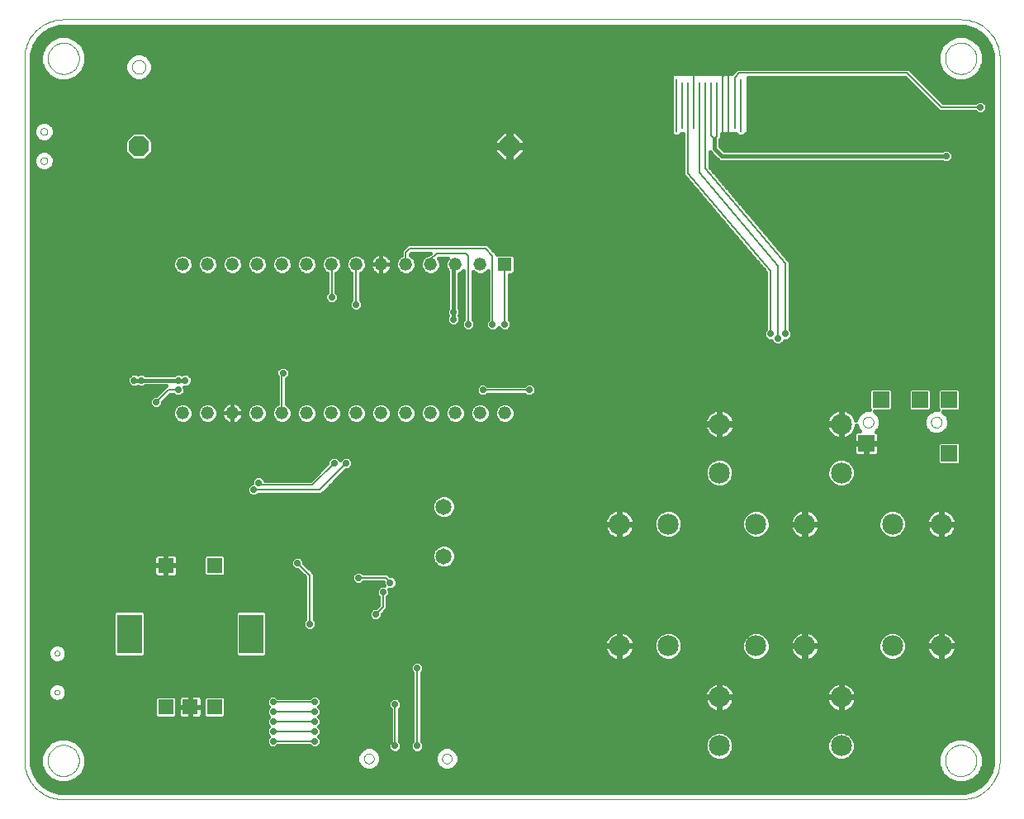
<source format=gbl>
G75*
G70*
%OFA0B0*%
%FSLAX24Y24*%
%IPPOS*%
%LPD*%
%AMOC8*
5,1,8,0,0,1.08239X$1,22.5*
%
%ADD10C,0.0000*%
%ADD11R,0.0098X0.2165*%
%ADD12R,0.0098X0.1890*%
%ADD13OC8,0.0827*%
%ADD14C,0.0850*%
%ADD15R,0.0650X0.0650*%
%ADD16R,0.0594X0.0594*%
%ADD17R,0.0984X0.1575*%
%ADD18R,0.0520X0.0520*%
%ADD19C,0.0520*%
%ADD20C,0.0650*%
%ADD21C,0.0160*%
%ADD22OC8,0.0240*%
%ADD23C,0.0080*%
D10*
X002587Y001755D02*
X002587Y030101D01*
X003531Y030101D02*
X003533Y030151D01*
X003539Y030201D01*
X003549Y030250D01*
X003563Y030298D01*
X003580Y030345D01*
X003601Y030390D01*
X003626Y030434D01*
X003654Y030475D01*
X003686Y030514D01*
X003720Y030551D01*
X003757Y030585D01*
X003797Y030615D01*
X003839Y030642D01*
X003883Y030666D01*
X003929Y030687D01*
X003976Y030703D01*
X004024Y030716D01*
X004074Y030725D01*
X004123Y030730D01*
X004174Y030731D01*
X004224Y030728D01*
X004273Y030721D01*
X004322Y030710D01*
X004370Y030695D01*
X004416Y030677D01*
X004461Y030655D01*
X004504Y030629D01*
X004545Y030600D01*
X004584Y030568D01*
X004620Y030533D01*
X004652Y030495D01*
X004682Y030455D01*
X004709Y030412D01*
X004732Y030368D01*
X004751Y030322D01*
X004767Y030274D01*
X004779Y030225D01*
X004787Y030176D01*
X004791Y030126D01*
X004791Y030076D01*
X004787Y030026D01*
X004779Y029977D01*
X004767Y029928D01*
X004751Y029880D01*
X004732Y029834D01*
X004709Y029790D01*
X004682Y029747D01*
X004652Y029707D01*
X004620Y029669D01*
X004584Y029634D01*
X004545Y029602D01*
X004504Y029573D01*
X004461Y029547D01*
X004416Y029525D01*
X004370Y029507D01*
X004322Y029492D01*
X004273Y029481D01*
X004224Y029474D01*
X004174Y029471D01*
X004123Y029472D01*
X004074Y029477D01*
X004024Y029486D01*
X003976Y029499D01*
X003929Y029515D01*
X003883Y029536D01*
X003839Y029560D01*
X003797Y029587D01*
X003757Y029617D01*
X003720Y029651D01*
X003686Y029688D01*
X003654Y029727D01*
X003626Y029768D01*
X003601Y029812D01*
X003580Y029857D01*
X003563Y029904D01*
X003549Y029952D01*
X003539Y030001D01*
X003533Y030051D01*
X003531Y030101D01*
X002586Y030101D02*
X002588Y030178D01*
X002594Y030255D01*
X002603Y030332D01*
X002616Y030408D01*
X002633Y030484D01*
X002654Y030558D01*
X002678Y030632D01*
X002706Y030704D01*
X002737Y030774D01*
X002772Y030843D01*
X002810Y030911D01*
X002851Y030976D01*
X002896Y031039D01*
X002944Y031100D01*
X002994Y031159D01*
X003047Y031215D01*
X003103Y031268D01*
X003162Y031318D01*
X003223Y031366D01*
X003286Y031411D01*
X003351Y031452D01*
X003419Y031490D01*
X003488Y031525D01*
X003558Y031556D01*
X003630Y031584D01*
X003704Y031608D01*
X003778Y031629D01*
X003854Y031646D01*
X003930Y031659D01*
X004007Y031668D01*
X004084Y031674D01*
X004161Y031676D01*
X040382Y031676D01*
X039752Y030101D02*
X039754Y030151D01*
X039760Y030201D01*
X039770Y030250D01*
X039784Y030298D01*
X039801Y030345D01*
X039822Y030390D01*
X039847Y030434D01*
X039875Y030475D01*
X039907Y030514D01*
X039941Y030551D01*
X039978Y030585D01*
X040018Y030615D01*
X040060Y030642D01*
X040104Y030666D01*
X040150Y030687D01*
X040197Y030703D01*
X040245Y030716D01*
X040295Y030725D01*
X040344Y030730D01*
X040395Y030731D01*
X040445Y030728D01*
X040494Y030721D01*
X040543Y030710D01*
X040591Y030695D01*
X040637Y030677D01*
X040682Y030655D01*
X040725Y030629D01*
X040766Y030600D01*
X040805Y030568D01*
X040841Y030533D01*
X040873Y030495D01*
X040903Y030455D01*
X040930Y030412D01*
X040953Y030368D01*
X040972Y030322D01*
X040988Y030274D01*
X041000Y030225D01*
X041008Y030176D01*
X041012Y030126D01*
X041012Y030076D01*
X041008Y030026D01*
X041000Y029977D01*
X040988Y029928D01*
X040972Y029880D01*
X040953Y029834D01*
X040930Y029790D01*
X040903Y029747D01*
X040873Y029707D01*
X040841Y029669D01*
X040805Y029634D01*
X040766Y029602D01*
X040725Y029573D01*
X040682Y029547D01*
X040637Y029525D01*
X040591Y029507D01*
X040543Y029492D01*
X040494Y029481D01*
X040445Y029474D01*
X040395Y029471D01*
X040344Y029472D01*
X040295Y029477D01*
X040245Y029486D01*
X040197Y029499D01*
X040150Y029515D01*
X040104Y029536D01*
X040060Y029560D01*
X040018Y029587D01*
X039978Y029617D01*
X039941Y029651D01*
X039907Y029688D01*
X039875Y029727D01*
X039847Y029768D01*
X039822Y029812D01*
X039801Y029857D01*
X039784Y029904D01*
X039770Y029952D01*
X039760Y030001D01*
X039754Y030051D01*
X039752Y030101D01*
X040382Y031676D02*
X040459Y031674D01*
X040536Y031668D01*
X040613Y031659D01*
X040689Y031646D01*
X040765Y031629D01*
X040839Y031608D01*
X040913Y031584D01*
X040985Y031556D01*
X041055Y031525D01*
X041124Y031490D01*
X041192Y031452D01*
X041257Y031411D01*
X041320Y031366D01*
X041381Y031318D01*
X041440Y031268D01*
X041496Y031215D01*
X041549Y031159D01*
X041599Y031100D01*
X041647Y031039D01*
X041692Y030976D01*
X041733Y030911D01*
X041771Y030843D01*
X041806Y030774D01*
X041837Y030704D01*
X041865Y030632D01*
X041889Y030558D01*
X041910Y030484D01*
X041927Y030408D01*
X041940Y030332D01*
X041949Y030255D01*
X041955Y030178D01*
X041957Y030101D01*
X041957Y001755D01*
X039752Y001755D02*
X039754Y001805D01*
X039760Y001855D01*
X039770Y001904D01*
X039784Y001952D01*
X039801Y001999D01*
X039822Y002044D01*
X039847Y002088D01*
X039875Y002129D01*
X039907Y002168D01*
X039941Y002205D01*
X039978Y002239D01*
X040018Y002269D01*
X040060Y002296D01*
X040104Y002320D01*
X040150Y002341D01*
X040197Y002357D01*
X040245Y002370D01*
X040295Y002379D01*
X040344Y002384D01*
X040395Y002385D01*
X040445Y002382D01*
X040494Y002375D01*
X040543Y002364D01*
X040591Y002349D01*
X040637Y002331D01*
X040682Y002309D01*
X040725Y002283D01*
X040766Y002254D01*
X040805Y002222D01*
X040841Y002187D01*
X040873Y002149D01*
X040903Y002109D01*
X040930Y002066D01*
X040953Y002022D01*
X040972Y001976D01*
X040988Y001928D01*
X041000Y001879D01*
X041008Y001830D01*
X041012Y001780D01*
X041012Y001730D01*
X041008Y001680D01*
X041000Y001631D01*
X040988Y001582D01*
X040972Y001534D01*
X040953Y001488D01*
X040930Y001444D01*
X040903Y001401D01*
X040873Y001361D01*
X040841Y001323D01*
X040805Y001288D01*
X040766Y001256D01*
X040725Y001227D01*
X040682Y001201D01*
X040637Y001179D01*
X040591Y001161D01*
X040543Y001146D01*
X040494Y001135D01*
X040445Y001128D01*
X040395Y001125D01*
X040344Y001126D01*
X040295Y001131D01*
X040245Y001140D01*
X040197Y001153D01*
X040150Y001169D01*
X040104Y001190D01*
X040060Y001214D01*
X040018Y001241D01*
X039978Y001271D01*
X039941Y001305D01*
X039907Y001342D01*
X039875Y001381D01*
X039847Y001422D01*
X039822Y001466D01*
X039801Y001511D01*
X039784Y001558D01*
X039770Y001606D01*
X039760Y001655D01*
X039754Y001705D01*
X039752Y001755D01*
X040382Y000180D02*
X040459Y000182D01*
X040536Y000188D01*
X040613Y000197D01*
X040689Y000210D01*
X040765Y000227D01*
X040839Y000248D01*
X040913Y000272D01*
X040985Y000300D01*
X041055Y000331D01*
X041124Y000366D01*
X041192Y000404D01*
X041257Y000445D01*
X041320Y000490D01*
X041381Y000538D01*
X041440Y000588D01*
X041496Y000641D01*
X041549Y000697D01*
X041599Y000756D01*
X041647Y000817D01*
X041692Y000880D01*
X041733Y000945D01*
X041771Y001013D01*
X041806Y001082D01*
X041837Y001152D01*
X041865Y001224D01*
X041889Y001298D01*
X041910Y001372D01*
X041927Y001448D01*
X041940Y001524D01*
X041949Y001601D01*
X041955Y001678D01*
X041957Y001755D01*
X040382Y000180D02*
X004161Y000180D01*
X003531Y001755D02*
X003533Y001805D01*
X003539Y001855D01*
X003549Y001904D01*
X003563Y001952D01*
X003580Y001999D01*
X003601Y002044D01*
X003626Y002088D01*
X003654Y002129D01*
X003686Y002168D01*
X003720Y002205D01*
X003757Y002239D01*
X003797Y002269D01*
X003839Y002296D01*
X003883Y002320D01*
X003929Y002341D01*
X003976Y002357D01*
X004024Y002370D01*
X004074Y002379D01*
X004123Y002384D01*
X004174Y002385D01*
X004224Y002382D01*
X004273Y002375D01*
X004322Y002364D01*
X004370Y002349D01*
X004416Y002331D01*
X004461Y002309D01*
X004504Y002283D01*
X004545Y002254D01*
X004584Y002222D01*
X004620Y002187D01*
X004652Y002149D01*
X004682Y002109D01*
X004709Y002066D01*
X004732Y002022D01*
X004751Y001976D01*
X004767Y001928D01*
X004779Y001879D01*
X004787Y001830D01*
X004791Y001780D01*
X004791Y001730D01*
X004787Y001680D01*
X004779Y001631D01*
X004767Y001582D01*
X004751Y001534D01*
X004732Y001488D01*
X004709Y001444D01*
X004682Y001401D01*
X004652Y001361D01*
X004620Y001323D01*
X004584Y001288D01*
X004545Y001256D01*
X004504Y001227D01*
X004461Y001201D01*
X004416Y001179D01*
X004370Y001161D01*
X004322Y001146D01*
X004273Y001135D01*
X004224Y001128D01*
X004174Y001125D01*
X004123Y001126D01*
X004074Y001131D01*
X004024Y001140D01*
X003976Y001153D01*
X003929Y001169D01*
X003883Y001190D01*
X003839Y001214D01*
X003797Y001241D01*
X003757Y001271D01*
X003720Y001305D01*
X003686Y001342D01*
X003654Y001381D01*
X003626Y001422D01*
X003601Y001466D01*
X003580Y001511D01*
X003563Y001558D01*
X003549Y001606D01*
X003539Y001655D01*
X003533Y001705D01*
X003531Y001755D01*
X002586Y001755D02*
X002588Y001678D01*
X002594Y001601D01*
X002603Y001524D01*
X002616Y001448D01*
X002633Y001372D01*
X002654Y001298D01*
X002678Y001224D01*
X002706Y001152D01*
X002737Y001082D01*
X002772Y001013D01*
X002810Y000945D01*
X002851Y000880D01*
X002896Y000817D01*
X002944Y000756D01*
X002994Y000697D01*
X003047Y000641D01*
X003103Y000588D01*
X003162Y000538D01*
X003223Y000490D01*
X003286Y000445D01*
X003351Y000404D01*
X003419Y000366D01*
X003488Y000331D01*
X003558Y000300D01*
X003630Y000272D01*
X003704Y000248D01*
X003778Y000227D01*
X003854Y000210D01*
X003930Y000197D01*
X004007Y000188D01*
X004084Y000182D01*
X004161Y000180D01*
X003807Y004511D02*
X003809Y004530D01*
X003814Y004549D01*
X003824Y004565D01*
X003836Y004580D01*
X003851Y004592D01*
X003867Y004602D01*
X003886Y004607D01*
X003905Y004609D01*
X003924Y004607D01*
X003943Y004602D01*
X003959Y004592D01*
X003974Y004580D01*
X003986Y004565D01*
X003996Y004549D01*
X004001Y004530D01*
X004003Y004511D01*
X004001Y004492D01*
X003996Y004473D01*
X003986Y004457D01*
X003974Y004442D01*
X003959Y004430D01*
X003943Y004420D01*
X003924Y004415D01*
X003905Y004413D01*
X003886Y004415D01*
X003867Y004420D01*
X003851Y004430D01*
X003836Y004442D01*
X003824Y004457D01*
X003814Y004473D01*
X003809Y004492D01*
X003807Y004511D01*
X003807Y006086D02*
X003809Y006105D01*
X003814Y006124D01*
X003824Y006140D01*
X003836Y006155D01*
X003851Y006167D01*
X003867Y006177D01*
X003886Y006182D01*
X003905Y006184D01*
X003924Y006182D01*
X003943Y006177D01*
X003959Y006167D01*
X003974Y006155D01*
X003986Y006140D01*
X003996Y006124D01*
X004001Y006105D01*
X004003Y006086D01*
X004001Y006067D01*
X003996Y006048D01*
X003986Y006032D01*
X003974Y006017D01*
X003959Y006005D01*
X003943Y005995D01*
X003924Y005990D01*
X003905Y005988D01*
X003886Y005990D01*
X003867Y005995D01*
X003851Y006005D01*
X003836Y006017D01*
X003824Y006032D01*
X003814Y006048D01*
X003809Y006067D01*
X003807Y006086D01*
X016295Y001834D02*
X016297Y001861D01*
X016303Y001888D01*
X016312Y001914D01*
X016325Y001938D01*
X016341Y001961D01*
X016360Y001980D01*
X016382Y001997D01*
X016406Y002011D01*
X016431Y002021D01*
X016458Y002028D01*
X016485Y002031D01*
X016513Y002030D01*
X016540Y002025D01*
X016566Y002017D01*
X016590Y002005D01*
X016613Y001989D01*
X016634Y001971D01*
X016651Y001950D01*
X016666Y001926D01*
X016677Y001901D01*
X016685Y001875D01*
X016689Y001848D01*
X016689Y001820D01*
X016685Y001793D01*
X016677Y001767D01*
X016666Y001742D01*
X016651Y001718D01*
X016634Y001697D01*
X016613Y001679D01*
X016591Y001663D01*
X016566Y001651D01*
X016540Y001643D01*
X016513Y001638D01*
X016485Y001637D01*
X016458Y001640D01*
X016431Y001647D01*
X016406Y001657D01*
X016382Y001671D01*
X016360Y001688D01*
X016341Y001707D01*
X016325Y001730D01*
X016312Y001754D01*
X016303Y001780D01*
X016297Y001807D01*
X016295Y001834D01*
X019445Y001834D02*
X019447Y001861D01*
X019453Y001888D01*
X019462Y001914D01*
X019475Y001938D01*
X019491Y001961D01*
X019510Y001980D01*
X019532Y001997D01*
X019556Y002011D01*
X019581Y002021D01*
X019608Y002028D01*
X019635Y002031D01*
X019663Y002030D01*
X019690Y002025D01*
X019716Y002017D01*
X019740Y002005D01*
X019763Y001989D01*
X019784Y001971D01*
X019801Y001950D01*
X019816Y001926D01*
X019827Y001901D01*
X019835Y001875D01*
X019839Y001848D01*
X019839Y001820D01*
X019835Y001793D01*
X019827Y001767D01*
X019816Y001742D01*
X019801Y001718D01*
X019784Y001697D01*
X019763Y001679D01*
X019741Y001663D01*
X019716Y001651D01*
X019690Y001643D01*
X019663Y001638D01*
X019635Y001637D01*
X019608Y001640D01*
X019581Y001647D01*
X019556Y001657D01*
X019532Y001671D01*
X019510Y001688D01*
X019491Y001707D01*
X019475Y001730D01*
X019462Y001754D01*
X019453Y001780D01*
X019447Y001807D01*
X019445Y001834D01*
X036425Y015416D02*
X036427Y015445D01*
X036433Y015473D01*
X036442Y015501D01*
X036455Y015527D01*
X036472Y015550D01*
X036491Y015572D01*
X036513Y015591D01*
X036538Y015606D01*
X036564Y015619D01*
X036592Y015627D01*
X036620Y015632D01*
X036649Y015633D01*
X036678Y015630D01*
X036706Y015623D01*
X036733Y015613D01*
X036759Y015599D01*
X036782Y015582D01*
X036803Y015562D01*
X036821Y015539D01*
X036836Y015514D01*
X036847Y015487D01*
X036855Y015459D01*
X036859Y015430D01*
X036859Y015402D01*
X036855Y015373D01*
X036847Y015345D01*
X036836Y015318D01*
X036821Y015293D01*
X036803Y015270D01*
X036782Y015250D01*
X036759Y015233D01*
X036733Y015219D01*
X036706Y015209D01*
X036678Y015202D01*
X036649Y015199D01*
X036620Y015200D01*
X036592Y015205D01*
X036564Y015213D01*
X036538Y015226D01*
X036513Y015241D01*
X036491Y015260D01*
X036472Y015282D01*
X036455Y015305D01*
X036442Y015331D01*
X036433Y015359D01*
X036427Y015387D01*
X036425Y015416D01*
X039181Y015416D02*
X039183Y015445D01*
X039189Y015473D01*
X039198Y015501D01*
X039211Y015527D01*
X039228Y015550D01*
X039247Y015572D01*
X039269Y015591D01*
X039294Y015606D01*
X039320Y015619D01*
X039348Y015627D01*
X039376Y015632D01*
X039405Y015633D01*
X039434Y015630D01*
X039462Y015623D01*
X039489Y015613D01*
X039515Y015599D01*
X039538Y015582D01*
X039559Y015562D01*
X039577Y015539D01*
X039592Y015514D01*
X039603Y015487D01*
X039611Y015459D01*
X039615Y015430D01*
X039615Y015402D01*
X039611Y015373D01*
X039603Y015345D01*
X039592Y015318D01*
X039577Y015293D01*
X039559Y015270D01*
X039538Y015250D01*
X039515Y015233D01*
X039489Y015219D01*
X039462Y015209D01*
X039434Y015202D01*
X039405Y015199D01*
X039376Y015200D01*
X039348Y015205D01*
X039320Y015213D01*
X039294Y015226D01*
X039269Y015241D01*
X039247Y015260D01*
X039228Y015282D01*
X039211Y015305D01*
X039198Y015331D01*
X039189Y015359D01*
X039183Y015387D01*
X039181Y015416D01*
X006929Y029758D02*
X006931Y029791D01*
X006937Y029823D01*
X006946Y029854D01*
X006959Y029884D01*
X006976Y029912D01*
X006996Y029938D01*
X007019Y029962D01*
X007044Y029982D01*
X007072Y030000D01*
X007101Y030014D01*
X007132Y030024D01*
X007164Y030031D01*
X007197Y030034D01*
X007230Y030033D01*
X007262Y030028D01*
X007293Y030019D01*
X007324Y030007D01*
X007352Y029991D01*
X007379Y029972D01*
X007403Y029950D01*
X007424Y029925D01*
X007443Y029898D01*
X007458Y029869D01*
X007469Y029839D01*
X007477Y029807D01*
X007481Y029774D01*
X007481Y029742D01*
X007477Y029709D01*
X007469Y029677D01*
X007458Y029647D01*
X007443Y029618D01*
X007424Y029591D01*
X007403Y029566D01*
X007379Y029544D01*
X007352Y029525D01*
X007324Y029509D01*
X007293Y029497D01*
X007262Y029488D01*
X007230Y029483D01*
X007197Y029482D01*
X007164Y029485D01*
X007132Y029492D01*
X007101Y029502D01*
X007072Y029516D01*
X007044Y029534D01*
X007019Y029554D01*
X006996Y029578D01*
X006976Y029604D01*
X006959Y029632D01*
X006946Y029662D01*
X006937Y029693D01*
X006931Y029725D01*
X006929Y029758D01*
X003236Y027149D02*
X003238Y027172D01*
X003244Y027195D01*
X003254Y027216D01*
X003267Y027236D01*
X003283Y027253D01*
X003302Y027267D01*
X003323Y027277D01*
X003345Y027284D01*
X003368Y027287D01*
X003392Y027286D01*
X003414Y027281D01*
X003436Y027272D01*
X003456Y027260D01*
X003474Y027244D01*
X003488Y027226D01*
X003500Y027206D01*
X003508Y027184D01*
X003512Y027161D01*
X003512Y027137D01*
X003508Y027114D01*
X003500Y027092D01*
X003488Y027072D01*
X003474Y027054D01*
X003456Y027038D01*
X003436Y027026D01*
X003414Y027017D01*
X003392Y027012D01*
X003368Y027011D01*
X003345Y027014D01*
X003323Y027021D01*
X003302Y027031D01*
X003283Y027045D01*
X003267Y027062D01*
X003254Y027082D01*
X003244Y027103D01*
X003238Y027126D01*
X003236Y027149D01*
X003236Y025967D02*
X003238Y025990D01*
X003244Y026013D01*
X003254Y026034D01*
X003267Y026054D01*
X003283Y026071D01*
X003302Y026085D01*
X003323Y026095D01*
X003345Y026102D01*
X003368Y026105D01*
X003392Y026104D01*
X003414Y026099D01*
X003436Y026090D01*
X003456Y026078D01*
X003474Y026062D01*
X003488Y026044D01*
X003500Y026024D01*
X003508Y026002D01*
X003512Y025979D01*
X003512Y025955D01*
X003508Y025932D01*
X003500Y025910D01*
X003488Y025890D01*
X003474Y025872D01*
X003456Y025856D01*
X003436Y025844D01*
X003414Y025835D01*
X003392Y025830D01*
X003368Y025829D01*
X003345Y025832D01*
X003323Y025839D01*
X003302Y025849D01*
X003283Y025863D01*
X003267Y025880D01*
X003254Y025900D01*
X003244Y025921D01*
X003238Y025944D01*
X003236Y025967D01*
D11*
X028890Y028203D03*
X031488Y028203D03*
D12*
X031252Y028203D03*
X031016Y028203D03*
X030779Y028203D03*
X030543Y028203D03*
X030307Y028203D03*
X030071Y028203D03*
X029835Y028203D03*
X029598Y028203D03*
X029362Y028203D03*
X029126Y028203D03*
D13*
X022165Y026558D03*
X007205Y026558D03*
D14*
X026602Y011302D03*
X028571Y011302D03*
X030638Y013369D03*
X032114Y011302D03*
X034083Y011302D03*
X035559Y013369D03*
X037626Y011302D03*
X039594Y011302D03*
X035559Y015337D03*
X030638Y015337D03*
X032114Y006381D03*
X034083Y006381D03*
X035559Y004314D03*
X035559Y002345D03*
X030638Y002345D03*
X030638Y004314D03*
X028571Y006381D03*
X026602Y006381D03*
X037626Y006381D03*
X039594Y006381D03*
D15*
X039909Y014156D03*
X039909Y016322D03*
X038728Y016322D03*
X037154Y016322D03*
X036563Y014550D03*
D16*
X010264Y009629D03*
X008295Y009629D03*
X008295Y003920D03*
X009279Y003920D03*
X010264Y003920D03*
D17*
X011740Y006873D03*
X006819Y006873D03*
D18*
X021980Y021782D03*
D19*
X020980Y021782D03*
X019980Y021782D03*
X018980Y021782D03*
X017980Y021782D03*
X016980Y021782D03*
X015980Y021782D03*
X014980Y021782D03*
X013980Y021782D03*
X012980Y021782D03*
X011980Y021782D03*
X010980Y021782D03*
X009980Y021782D03*
X008980Y021782D03*
X008980Y015782D03*
X009980Y015782D03*
X010980Y015782D03*
X011980Y015782D03*
X012980Y015782D03*
X013980Y015782D03*
X014980Y015782D03*
X015980Y015782D03*
X016980Y015782D03*
X017980Y015782D03*
X018980Y015782D03*
X019980Y015782D03*
X020980Y015782D03*
X021980Y015782D03*
D20*
X019516Y012007D03*
X019516Y010007D03*
D21*
X019991Y010007D02*
X041677Y010007D01*
X041677Y009849D02*
X019964Y009849D01*
X019991Y009912D02*
X019918Y009738D01*
X019785Y009604D01*
X019610Y009532D01*
X019421Y009532D01*
X019247Y009604D01*
X019113Y009738D01*
X019041Y009912D01*
X019041Y010101D01*
X019113Y010276D01*
X019247Y010409D01*
X019421Y010482D01*
X019610Y010482D01*
X019785Y010409D01*
X019918Y010276D01*
X019991Y010101D01*
X019991Y009912D01*
X019871Y009690D02*
X041677Y009690D01*
X041677Y009532D02*
X014075Y009532D01*
X013916Y009690D02*
X019161Y009690D01*
X019067Y009849D02*
X013871Y009849D01*
X013880Y009839D02*
X013722Y009997D01*
X013498Y009997D01*
X013340Y009839D01*
X013340Y009615D01*
X013498Y009457D01*
X013612Y009457D01*
X013912Y009156D01*
X013912Y007458D01*
X013832Y007378D01*
X013832Y007155D01*
X013990Y006997D01*
X014214Y006997D01*
X014372Y007155D01*
X014372Y007378D01*
X014292Y007458D01*
X014292Y009314D01*
X013880Y009726D01*
X013880Y009839D01*
X013696Y009373D02*
X010711Y009373D01*
X010711Y009270D02*
X010623Y009182D01*
X009905Y009182D01*
X009817Y009270D01*
X009817Y009988D01*
X009905Y010076D01*
X010623Y010076D01*
X010711Y009988D01*
X010711Y009270D01*
X010655Y009215D02*
X013854Y009215D01*
X013912Y009056D02*
X002867Y009056D01*
X002867Y008898D02*
X013912Y008898D01*
X013912Y008739D02*
X002867Y008739D01*
X002867Y008581D02*
X013912Y008581D01*
X013912Y008422D02*
X002867Y008422D01*
X002867Y008264D02*
X013912Y008264D01*
X013912Y008105D02*
X002867Y008105D01*
X002867Y007947D02*
X013912Y007947D01*
X013912Y007788D02*
X012317Y007788D01*
X012294Y007810D02*
X011186Y007810D01*
X011098Y007722D01*
X011098Y006023D01*
X011186Y005936D01*
X012294Y005936D01*
X012382Y006023D01*
X012382Y007722D01*
X012294Y007810D01*
X012382Y007630D02*
X013912Y007630D01*
X013912Y007471D02*
X012382Y007471D01*
X012382Y007313D02*
X013832Y007313D01*
X013833Y007154D02*
X012382Y007154D01*
X012382Y006996D02*
X041677Y006996D01*
X041677Y007154D02*
X014372Y007154D01*
X014372Y007313D02*
X041677Y007313D01*
X041677Y007471D02*
X016952Y007471D01*
X017030Y007548D02*
X017030Y007662D01*
X017245Y007877D01*
X017245Y008354D01*
X017325Y008434D01*
X017325Y008658D01*
X017313Y008670D01*
X017462Y008670D01*
X017620Y008828D01*
X017620Y009052D01*
X017462Y009210D01*
X017349Y009210D01*
X017232Y009327D01*
X016263Y009327D01*
X016183Y009407D01*
X015959Y009407D01*
X015801Y009249D01*
X015801Y009025D01*
X015959Y008867D01*
X016183Y008867D01*
X016263Y008947D01*
X017075Y008947D01*
X017080Y008941D01*
X017080Y008828D01*
X017092Y008816D01*
X016943Y008816D01*
X016785Y008658D01*
X016785Y008434D01*
X016865Y008354D01*
X016865Y008034D01*
X016761Y007930D01*
X016648Y007930D01*
X016490Y007772D01*
X016490Y007548D01*
X016648Y007390D01*
X016872Y007390D01*
X017030Y007548D01*
X017030Y007630D02*
X041677Y007630D01*
X041677Y007788D02*
X017156Y007788D01*
X017245Y007947D02*
X041677Y007947D01*
X041677Y008105D02*
X017245Y008105D01*
X017245Y008264D02*
X041677Y008264D01*
X041677Y008422D02*
X017313Y008422D01*
X017325Y008581D02*
X041677Y008581D01*
X041677Y008739D02*
X017531Y008739D01*
X017620Y008898D02*
X041677Y008898D01*
X041677Y009056D02*
X017616Y009056D01*
X017344Y009215D02*
X041677Y009215D01*
X041677Y009373D02*
X016216Y009373D01*
X015925Y009373D02*
X014233Y009373D01*
X014292Y009215D02*
X015801Y009215D01*
X015801Y009056D02*
X014292Y009056D01*
X014292Y008898D02*
X015928Y008898D01*
X016213Y008898D02*
X017080Y008898D01*
X016866Y008739D02*
X014292Y008739D01*
X014292Y008581D02*
X016785Y008581D01*
X016797Y008422D02*
X014292Y008422D01*
X014292Y008264D02*
X016865Y008264D01*
X016865Y008105D02*
X014292Y008105D01*
X014292Y007947D02*
X016777Y007947D01*
X016506Y007788D02*
X014292Y007788D01*
X014292Y007630D02*
X016490Y007630D01*
X016567Y007471D02*
X014292Y007471D01*
X012382Y006837D02*
X026203Y006837D01*
X026208Y006842D02*
X026141Y006775D01*
X026085Y006698D01*
X026042Y006613D01*
X026012Y006522D01*
X025997Y006428D01*
X025997Y006419D01*
X026564Y006419D01*
X026564Y006343D01*
X025997Y006343D01*
X025997Y006333D01*
X026012Y006239D01*
X026042Y006149D01*
X026085Y006064D01*
X026141Y005987D01*
X026208Y005919D01*
X026285Y005863D01*
X026370Y005820D01*
X026461Y005791D01*
X026555Y005776D01*
X026564Y005776D01*
X026564Y006343D01*
X026640Y006343D01*
X026640Y005776D01*
X026650Y005776D01*
X026744Y005791D01*
X026835Y005820D01*
X026919Y005863D01*
X026996Y005919D01*
X027064Y005987D01*
X027120Y006064D01*
X027163Y006149D01*
X027192Y006239D01*
X027207Y006333D01*
X027207Y006343D01*
X026640Y006343D01*
X026640Y006419D01*
X026564Y006419D01*
X026564Y006986D01*
X026555Y006986D01*
X026461Y006971D01*
X026370Y006941D01*
X026285Y006898D01*
X026208Y006842D01*
X026075Y006679D02*
X012382Y006679D01*
X012382Y006520D02*
X026012Y006520D01*
X026024Y006203D02*
X012382Y006203D01*
X012382Y006045D02*
X026099Y006045D01*
X026254Y005886D02*
X004232Y005886D01*
X004226Y005871D02*
X004284Y006010D01*
X004284Y006161D01*
X004226Y006300D01*
X004120Y006406D01*
X003981Y006464D01*
X003830Y006464D01*
X003691Y006406D01*
X003585Y006300D01*
X003527Y006161D01*
X003527Y006010D01*
X003585Y005871D01*
X003691Y005765D01*
X003830Y005707D01*
X003981Y005707D01*
X004120Y005765D01*
X004226Y005871D01*
X004284Y006045D02*
X006177Y006045D01*
X006177Y006023D02*
X006265Y005936D01*
X007373Y005936D01*
X007461Y006023D01*
X007461Y007722D01*
X007373Y007810D01*
X006265Y007810D01*
X006177Y007722D01*
X006177Y006023D01*
X006177Y006203D02*
X004266Y006203D01*
X004165Y006362D02*
X006177Y006362D01*
X006177Y006520D02*
X002867Y006520D01*
X002867Y006362D02*
X003646Y006362D01*
X003545Y006203D02*
X002867Y006203D01*
X002867Y006045D02*
X003527Y006045D01*
X003579Y005886D02*
X002867Y005886D01*
X002867Y005728D02*
X003781Y005728D01*
X004030Y005728D02*
X018284Y005728D01*
X018321Y005765D02*
X018163Y005607D01*
X018163Y005383D01*
X018243Y005303D01*
X018243Y002537D01*
X018163Y002457D01*
X018163Y002234D01*
X018321Y002075D01*
X018545Y002075D01*
X018703Y002234D01*
X018703Y002457D01*
X018623Y002537D01*
X018623Y005303D01*
X018703Y005383D01*
X018703Y005607D01*
X018545Y005765D01*
X018321Y005765D01*
X018163Y005569D02*
X002867Y005569D01*
X002867Y005411D02*
X018163Y005411D01*
X018243Y005252D02*
X002867Y005252D01*
X002867Y005094D02*
X018243Y005094D01*
X018243Y004935D02*
X002867Y004935D01*
X002867Y004777D02*
X003636Y004777D01*
X003585Y004725D02*
X003527Y004586D01*
X003527Y004435D01*
X003585Y004296D01*
X003691Y004190D01*
X003830Y004132D01*
X003981Y004132D01*
X004120Y004190D01*
X004226Y004296D01*
X004284Y004435D01*
X004284Y004586D01*
X004226Y004725D01*
X004120Y004832D01*
X003981Y004889D01*
X003830Y004889D01*
X003691Y004832D01*
X003585Y004725D01*
X003540Y004618D02*
X002867Y004618D01*
X002867Y004460D02*
X003527Y004460D01*
X003583Y004301D02*
X002867Y004301D01*
X002867Y004143D02*
X003806Y004143D01*
X004005Y004143D02*
X007848Y004143D01*
X007848Y004279D02*
X007848Y003561D01*
X007936Y003473D01*
X008654Y003473D01*
X008742Y003561D01*
X008742Y004279D01*
X008654Y004367D01*
X007936Y004367D01*
X007848Y004279D01*
X007870Y004301D02*
X004228Y004301D01*
X004284Y004460D02*
X018243Y004460D01*
X018243Y004618D02*
X004271Y004618D01*
X004175Y004777D02*
X018243Y004777D01*
X018623Y004777D02*
X030245Y004777D01*
X030244Y004775D02*
X030176Y004708D01*
X030120Y004631D01*
X030077Y004546D01*
X030048Y004456D01*
X030033Y004361D01*
X030033Y004352D01*
X030600Y004352D01*
X030600Y004919D01*
X030590Y004919D01*
X030496Y004904D01*
X030406Y004875D01*
X030321Y004831D01*
X030244Y004775D01*
X030114Y004618D02*
X018623Y004618D01*
X018623Y004460D02*
X030049Y004460D01*
X030033Y004276D02*
X030033Y004266D01*
X030048Y004172D01*
X030077Y004082D01*
X030120Y003997D01*
X030176Y003920D01*
X030244Y003852D01*
X030321Y003796D01*
X030406Y003753D01*
X030496Y003724D01*
X030590Y003709D01*
X030600Y003709D01*
X030600Y004276D01*
X030676Y004276D01*
X030676Y004352D01*
X031243Y004352D01*
X031243Y004361D01*
X031228Y004456D01*
X031198Y004546D01*
X031155Y004631D01*
X031099Y004708D01*
X031032Y004775D01*
X030955Y004831D01*
X030870Y004875D01*
X030779Y004904D01*
X030685Y004919D01*
X030676Y004919D01*
X030676Y004352D01*
X030600Y004352D01*
X030600Y004276D01*
X030033Y004276D01*
X030057Y004143D02*
X018623Y004143D01*
X018623Y004301D02*
X030600Y004301D01*
X030676Y004301D02*
X035521Y004301D01*
X035521Y004276D02*
X034954Y004276D01*
X034954Y004266D01*
X034969Y004172D01*
X034998Y004082D01*
X035042Y003997D01*
X035098Y003920D01*
X035165Y003852D01*
X035242Y003796D01*
X035327Y003753D01*
X035417Y003724D01*
X035511Y003709D01*
X035521Y003709D01*
X035521Y004276D01*
X035521Y004352D01*
X035521Y004919D01*
X035511Y004919D01*
X035417Y004904D01*
X035327Y004875D01*
X035242Y004831D01*
X035165Y004775D01*
X035098Y004708D01*
X035042Y004631D01*
X034998Y004546D01*
X034969Y004456D01*
X034954Y004361D01*
X034954Y004352D01*
X035521Y004352D01*
X035597Y004352D01*
X035597Y004919D01*
X035607Y004919D01*
X035701Y004904D01*
X035791Y004875D01*
X035876Y004831D01*
X035953Y004775D01*
X036020Y004708D01*
X036076Y004631D01*
X036120Y004546D01*
X036149Y004456D01*
X036164Y004361D01*
X036164Y004352D01*
X035597Y004352D01*
X035597Y004276D01*
X036164Y004276D01*
X036164Y004266D01*
X036149Y004172D01*
X036120Y004082D01*
X036076Y003997D01*
X036020Y003920D01*
X035953Y003852D01*
X035876Y003796D01*
X035791Y003753D01*
X035701Y003724D01*
X035607Y003709D01*
X035597Y003709D01*
X035597Y004276D01*
X035521Y004276D01*
X035597Y004301D02*
X041677Y004301D01*
X041677Y004143D02*
X036139Y004143D01*
X036067Y003984D02*
X041677Y003984D01*
X041677Y003826D02*
X035916Y003826D01*
X035597Y003826D02*
X035521Y003826D01*
X035521Y003984D02*
X035597Y003984D01*
X035597Y004143D02*
X035521Y004143D01*
X035521Y004460D02*
X035597Y004460D01*
X035597Y004618D02*
X035521Y004618D01*
X035521Y004777D02*
X035597Y004777D01*
X035952Y004777D02*
X041677Y004777D01*
X041677Y004935D02*
X018623Y004935D01*
X018623Y005094D02*
X041677Y005094D01*
X041677Y005252D02*
X018623Y005252D01*
X018703Y005411D02*
X041677Y005411D01*
X041677Y005569D02*
X018703Y005569D01*
X018582Y005728D02*
X041677Y005728D01*
X041677Y005886D02*
X039943Y005886D01*
X039912Y005863D02*
X039989Y005919D01*
X040056Y005987D01*
X040112Y006064D01*
X040155Y006149D01*
X040185Y006239D01*
X040199Y006333D01*
X040199Y006343D01*
X039633Y006343D01*
X039633Y006419D01*
X040199Y006419D01*
X040199Y006428D01*
X040185Y006522D01*
X040155Y006613D01*
X040112Y006698D01*
X040056Y006775D01*
X039989Y006842D01*
X039912Y006898D01*
X039827Y006941D01*
X039736Y006971D01*
X039642Y006986D01*
X039633Y006986D01*
X039633Y006419D01*
X039556Y006419D01*
X039556Y006343D01*
X038989Y006343D01*
X038989Y006333D01*
X039004Y006239D01*
X039034Y006149D01*
X039077Y006064D01*
X039133Y005987D01*
X039200Y005919D01*
X039277Y005863D01*
X039362Y005820D01*
X039453Y005791D01*
X039547Y005776D01*
X039556Y005776D01*
X039556Y006343D01*
X039633Y006343D01*
X039633Y005776D01*
X039642Y005776D01*
X039736Y005791D01*
X039827Y005820D01*
X039912Y005863D01*
X040098Y006045D02*
X041677Y006045D01*
X041677Y006203D02*
X040173Y006203D01*
X040185Y006520D02*
X041677Y006520D01*
X041677Y006362D02*
X039633Y006362D01*
X039556Y006362D02*
X038201Y006362D01*
X038201Y006266D02*
X038113Y006055D01*
X037952Y005893D01*
X037740Y005806D01*
X037512Y005806D01*
X037300Y005893D01*
X037138Y006055D01*
X037051Y006266D01*
X037051Y006495D01*
X037138Y006706D01*
X037300Y006868D01*
X037512Y006956D01*
X037740Y006956D01*
X037952Y006868D01*
X038113Y006706D01*
X038201Y006495D01*
X038201Y006266D01*
X038175Y006203D02*
X039016Y006203D01*
X039091Y006045D02*
X038103Y006045D01*
X037934Y005886D02*
X039246Y005886D01*
X039556Y005886D02*
X039633Y005886D01*
X039633Y006045D02*
X039556Y006045D01*
X039556Y006203D02*
X039633Y006203D01*
X039556Y006419D02*
X038989Y006419D01*
X038989Y006428D01*
X039004Y006522D01*
X039034Y006613D01*
X039077Y006698D01*
X039133Y006775D01*
X039200Y006842D01*
X039277Y006898D01*
X039362Y006941D01*
X039453Y006971D01*
X039547Y006986D01*
X039556Y006986D01*
X039556Y006419D01*
X039556Y006520D02*
X039633Y006520D01*
X039633Y006679D02*
X039556Y006679D01*
X039556Y006837D02*
X039633Y006837D01*
X039994Y006837D02*
X041677Y006837D01*
X041677Y006679D02*
X040122Y006679D01*
X039195Y006837D02*
X037983Y006837D01*
X038125Y006679D02*
X039067Y006679D01*
X039004Y006520D02*
X038191Y006520D01*
X037269Y006837D02*
X034482Y006837D01*
X034477Y006842D02*
X034400Y006898D01*
X034315Y006941D01*
X034224Y006971D01*
X034130Y006986D01*
X034121Y006986D01*
X034121Y006419D01*
X034688Y006419D01*
X034688Y006428D01*
X034673Y006522D01*
X034643Y006613D01*
X034600Y006698D01*
X034544Y006775D01*
X034477Y006842D01*
X034610Y006679D02*
X037127Y006679D01*
X037061Y006520D02*
X034673Y006520D01*
X034688Y006343D02*
X034121Y006343D01*
X034121Y006419D01*
X034045Y006419D01*
X034045Y006986D01*
X034035Y006986D01*
X033941Y006971D01*
X033850Y006941D01*
X033766Y006898D01*
X033689Y006842D01*
X033621Y006775D01*
X033565Y006698D01*
X033522Y006613D01*
X033493Y006522D01*
X033478Y006428D01*
X033478Y006419D01*
X034045Y006419D01*
X034045Y006343D01*
X034121Y006343D01*
X034121Y005776D01*
X034130Y005776D01*
X034224Y005791D01*
X034315Y005820D01*
X034400Y005863D01*
X034477Y005919D01*
X034544Y005987D01*
X034600Y006064D01*
X034643Y006149D01*
X034673Y006239D01*
X034688Y006333D01*
X034688Y006343D01*
X034661Y006203D02*
X037077Y006203D01*
X037051Y006362D02*
X034121Y006362D01*
X034045Y006362D02*
X032689Y006362D01*
X032689Y006266D02*
X032602Y006055D01*
X032440Y005893D01*
X032229Y005806D01*
X032000Y005806D01*
X031788Y005893D01*
X031627Y006055D01*
X031539Y006266D01*
X031539Y006495D01*
X031627Y006706D01*
X031788Y006868D01*
X032000Y006956D01*
X032229Y006956D01*
X032440Y006868D01*
X032602Y006706D01*
X032689Y006495D01*
X032689Y006266D01*
X032663Y006203D02*
X033504Y006203D01*
X033493Y006239D02*
X033522Y006149D01*
X033565Y006064D01*
X033621Y005987D01*
X033689Y005919D01*
X033766Y005863D01*
X033850Y005820D01*
X033941Y005791D01*
X034035Y005776D01*
X034045Y005776D01*
X034045Y006343D01*
X033478Y006343D01*
X033478Y006333D01*
X033493Y006239D01*
X033579Y006045D02*
X032591Y006045D01*
X032422Y005886D02*
X033734Y005886D01*
X034045Y005886D02*
X034121Y005886D01*
X034121Y006045D02*
X034045Y006045D01*
X034045Y006203D02*
X034121Y006203D01*
X034121Y006520D02*
X034045Y006520D01*
X034045Y006679D02*
X034121Y006679D01*
X034121Y006837D02*
X034045Y006837D01*
X033683Y006837D02*
X032471Y006837D01*
X032613Y006679D02*
X033555Y006679D01*
X033492Y006520D02*
X032679Y006520D01*
X031757Y006837D02*
X028928Y006837D01*
X028897Y006868D02*
X028685Y006956D01*
X028456Y006956D01*
X028245Y006868D01*
X028083Y006706D01*
X027996Y006495D01*
X027996Y006266D01*
X028083Y006055D01*
X028245Y005893D01*
X028456Y005806D01*
X028685Y005806D01*
X028897Y005893D01*
X029058Y006055D01*
X029146Y006266D01*
X029146Y006495D01*
X029058Y006706D01*
X028897Y006868D01*
X029070Y006679D02*
X031615Y006679D01*
X031549Y006520D02*
X029136Y006520D01*
X029146Y006362D02*
X031539Y006362D01*
X031565Y006203D02*
X029120Y006203D01*
X029048Y006045D02*
X031637Y006045D01*
X031806Y005886D02*
X028879Y005886D01*
X028263Y005886D02*
X026951Y005886D01*
X027106Y006045D02*
X028094Y006045D01*
X028022Y006203D02*
X027181Y006203D01*
X027207Y006419D02*
X026640Y006419D01*
X026640Y006986D01*
X026650Y006986D01*
X026744Y006971D01*
X026835Y006941D01*
X026919Y006898D01*
X026996Y006842D01*
X027064Y006775D01*
X027120Y006698D01*
X027163Y006613D01*
X027192Y006522D01*
X027207Y006428D01*
X027207Y006419D01*
X027193Y006520D02*
X028006Y006520D01*
X027996Y006362D02*
X026640Y006362D01*
X026564Y006362D02*
X012382Y006362D01*
X011098Y006362D02*
X007461Y006362D01*
X007461Y006520D02*
X011098Y006520D01*
X011098Y006679D02*
X007461Y006679D01*
X007461Y006837D02*
X011098Y006837D01*
X011098Y006996D02*
X007461Y006996D01*
X007461Y007154D02*
X011098Y007154D01*
X011098Y007313D02*
X007461Y007313D01*
X007461Y007471D02*
X011098Y007471D01*
X011098Y007630D02*
X007461Y007630D01*
X007395Y007788D02*
X011164Y007788D01*
X009872Y009215D02*
X008729Y009215D01*
X008736Y009221D02*
X008760Y009262D01*
X008772Y009308D01*
X008772Y009610D01*
X008314Y009610D01*
X008314Y009647D01*
X008772Y009647D01*
X008772Y009949D01*
X008760Y009995D01*
X008736Y010036D01*
X008703Y010070D01*
X008662Y010093D01*
X008616Y010106D01*
X008314Y010106D01*
X008314Y009647D01*
X008277Y009647D01*
X008277Y009610D01*
X008314Y009610D01*
X008314Y009152D01*
X008616Y009152D01*
X008662Y009164D01*
X008703Y009188D01*
X008736Y009221D01*
X008772Y009373D02*
X009817Y009373D01*
X009817Y009532D02*
X008772Y009532D01*
X008772Y009690D02*
X009817Y009690D01*
X009817Y009849D02*
X008772Y009849D01*
X008753Y010007D02*
X009836Y010007D01*
X010691Y010007D02*
X019041Y010007D01*
X019067Y010166D02*
X002867Y010166D01*
X002867Y010324D02*
X019161Y010324D01*
X019870Y010324D02*
X041677Y010324D01*
X041677Y010166D02*
X019964Y010166D01*
X019610Y011532D02*
X019785Y011604D01*
X019918Y011738D01*
X019991Y011912D01*
X019991Y012101D01*
X019918Y012276D01*
X019785Y012409D01*
X019610Y012482D01*
X019421Y012482D01*
X019247Y012409D01*
X019113Y012276D01*
X019041Y012101D01*
X019041Y011912D01*
X019113Y011738D01*
X019247Y011604D01*
X019421Y011532D01*
X019610Y011532D01*
X019756Y011592D02*
X026071Y011592D01*
X026085Y011619D02*
X026042Y011534D01*
X026012Y011444D01*
X025997Y011350D01*
X025997Y011340D01*
X026564Y011340D01*
X026564Y011264D01*
X025997Y011264D01*
X025997Y011254D01*
X026012Y011160D01*
X026042Y011070D01*
X026085Y010985D01*
X026141Y010908D01*
X026208Y010841D01*
X026285Y010785D01*
X026370Y010741D01*
X026461Y010712D01*
X026555Y010697D01*
X026564Y010697D01*
X026564Y011264D01*
X026640Y011264D01*
X026640Y010697D01*
X026650Y010697D01*
X026744Y010712D01*
X026835Y010741D01*
X026919Y010785D01*
X026996Y010841D01*
X027064Y010908D01*
X027120Y010985D01*
X027163Y011070D01*
X027192Y011160D01*
X027207Y011254D01*
X027207Y011264D01*
X026640Y011264D01*
X026640Y011340D01*
X026564Y011340D01*
X026564Y011907D01*
X026555Y011907D01*
X026461Y011892D01*
X026370Y011863D01*
X026285Y011819D01*
X026208Y011764D01*
X026141Y011696D01*
X026085Y011619D01*
X026195Y011751D02*
X019924Y011751D01*
X019989Y011909D02*
X041677Y011909D01*
X041677Y011751D02*
X040002Y011751D01*
X039989Y011764D02*
X039912Y011819D01*
X039827Y011863D01*
X039736Y011892D01*
X039642Y011907D01*
X039633Y011907D01*
X039633Y011340D01*
X040199Y011340D01*
X040199Y011350D01*
X040185Y011444D01*
X040155Y011534D01*
X040112Y011619D01*
X040056Y011696D01*
X039989Y011764D01*
X040126Y011592D02*
X041677Y011592D01*
X041677Y011434D02*
X040186Y011434D01*
X040199Y011264D02*
X039633Y011264D01*
X039633Y011340D01*
X039556Y011340D01*
X039556Y011264D01*
X038989Y011264D01*
X038989Y011254D01*
X039004Y011160D01*
X039034Y011070D01*
X039077Y010985D01*
X039133Y010908D01*
X039200Y010841D01*
X039277Y010785D01*
X039362Y010741D01*
X039453Y010712D01*
X039547Y010697D01*
X039556Y010697D01*
X039556Y011264D01*
X039633Y011264D01*
X039633Y010697D01*
X039642Y010697D01*
X039736Y010712D01*
X039827Y010741D01*
X039912Y010785D01*
X039989Y010841D01*
X040056Y010908D01*
X040112Y010985D01*
X040155Y011070D01*
X040185Y011160D01*
X040199Y011254D01*
X040199Y011264D01*
X040170Y011117D02*
X041677Y011117D01*
X041677Y011275D02*
X039633Y011275D01*
X039556Y011275D02*
X038201Y011275D01*
X038201Y011188D02*
X038113Y010976D01*
X037952Y010815D01*
X037740Y010727D01*
X037512Y010727D01*
X037300Y010815D01*
X037138Y010976D01*
X037051Y011188D01*
X037051Y011416D01*
X037138Y011628D01*
X037300Y011790D01*
X037512Y011877D01*
X037740Y011877D01*
X037952Y011790D01*
X038113Y011628D01*
X038201Y011416D01*
X038201Y011188D01*
X038171Y011117D02*
X039019Y011117D01*
X039097Y010958D02*
X038095Y010958D01*
X037915Y010800D02*
X039257Y010800D01*
X039556Y010800D02*
X039633Y010800D01*
X039633Y010958D02*
X039556Y010958D01*
X039556Y011117D02*
X039633Y011117D01*
X039556Y011340D02*
X038989Y011340D01*
X038989Y011350D01*
X039004Y011444D01*
X039034Y011534D01*
X039077Y011619D01*
X039133Y011696D01*
X039200Y011764D01*
X039277Y011819D01*
X039362Y011863D01*
X039453Y011892D01*
X039547Y011907D01*
X039556Y011907D01*
X039556Y011340D01*
X039556Y011434D02*
X039633Y011434D01*
X039633Y011592D02*
X039556Y011592D01*
X039556Y011751D02*
X039633Y011751D01*
X039187Y011751D02*
X037991Y011751D01*
X038128Y011592D02*
X039063Y011592D01*
X039003Y011434D02*
X038194Y011434D01*
X037261Y011751D02*
X034490Y011751D01*
X034477Y011764D02*
X034400Y011819D01*
X034315Y011863D01*
X034224Y011892D01*
X034130Y011907D01*
X034121Y011907D01*
X034121Y011340D01*
X034688Y011340D01*
X034688Y011350D01*
X034673Y011444D01*
X034643Y011534D01*
X034600Y011619D01*
X034544Y011696D01*
X034477Y011764D01*
X034614Y011592D02*
X037124Y011592D01*
X037058Y011434D02*
X034674Y011434D01*
X034688Y011264D02*
X034121Y011264D01*
X034121Y011340D01*
X034045Y011340D01*
X034045Y011907D01*
X034035Y011907D01*
X033941Y011892D01*
X033850Y011863D01*
X033766Y011819D01*
X033689Y011764D01*
X033621Y011696D01*
X033565Y011619D01*
X033522Y011534D01*
X033493Y011444D01*
X033478Y011350D01*
X033478Y011340D01*
X034045Y011340D01*
X034045Y011264D01*
X034121Y011264D01*
X034121Y010697D01*
X034130Y010697D01*
X034224Y010712D01*
X034315Y010741D01*
X034400Y010785D01*
X034477Y010841D01*
X034544Y010908D01*
X034600Y010985D01*
X034643Y011070D01*
X034673Y011160D01*
X034688Y011254D01*
X034688Y011264D01*
X034658Y011117D02*
X037080Y011117D01*
X037051Y011275D02*
X034121Y011275D01*
X034045Y011275D02*
X032689Y011275D01*
X032689Y011188D02*
X032602Y010976D01*
X032440Y010815D01*
X032229Y010727D01*
X032000Y010727D01*
X031788Y010815D01*
X031627Y010976D01*
X031539Y011188D01*
X031539Y011416D01*
X031627Y011628D01*
X031788Y011790D01*
X032000Y011877D01*
X032229Y011877D01*
X032440Y011790D01*
X032602Y011628D01*
X032689Y011416D01*
X032689Y011188D01*
X032660Y011117D02*
X033507Y011117D01*
X033493Y011160D02*
X033522Y011070D01*
X033565Y010985D01*
X033621Y010908D01*
X033689Y010841D01*
X033766Y010785D01*
X033850Y010741D01*
X033941Y010712D01*
X034035Y010697D01*
X034045Y010697D01*
X034045Y011264D01*
X033478Y011264D01*
X033478Y011254D01*
X033493Y011160D01*
X033585Y010958D02*
X032583Y010958D01*
X032403Y010800D02*
X033745Y010800D01*
X034045Y010800D02*
X034121Y010800D01*
X034121Y010958D02*
X034045Y010958D01*
X034045Y011117D02*
X034121Y011117D01*
X034121Y011434D02*
X034045Y011434D01*
X034045Y011592D02*
X034121Y011592D01*
X034121Y011751D02*
X034045Y011751D01*
X033676Y011751D02*
X032479Y011751D01*
X032616Y011592D02*
X033551Y011592D01*
X033491Y011434D02*
X032682Y011434D01*
X031749Y011751D02*
X028936Y011751D01*
X028897Y011790D02*
X029058Y011628D01*
X029146Y011416D01*
X029146Y011188D01*
X029058Y010976D01*
X028897Y010815D01*
X028685Y010727D01*
X028456Y010727D01*
X028245Y010815D01*
X028083Y010976D01*
X027996Y011188D01*
X027996Y011416D01*
X028083Y011628D01*
X028245Y011790D01*
X028456Y011877D01*
X028685Y011877D01*
X028897Y011790D01*
X029073Y011592D02*
X031612Y011592D01*
X031546Y011434D02*
X029139Y011434D01*
X029146Y011275D02*
X031539Y011275D01*
X031569Y011117D02*
X029116Y011117D01*
X029040Y010958D02*
X031645Y010958D01*
X031825Y010800D02*
X028860Y010800D01*
X028282Y010800D02*
X026940Y010800D01*
X027100Y010958D02*
X028102Y010958D01*
X028025Y011117D02*
X027178Y011117D01*
X027207Y011340D02*
X026640Y011340D01*
X026640Y011907D01*
X026650Y011907D01*
X026744Y011892D01*
X026835Y011863D01*
X026919Y011819D01*
X026996Y011764D01*
X027064Y011696D01*
X027120Y011619D01*
X027163Y011534D01*
X027192Y011444D01*
X027207Y011350D01*
X027207Y011340D01*
X027194Y011434D02*
X028003Y011434D01*
X027996Y011275D02*
X026640Y011275D01*
X026564Y011275D02*
X002867Y011275D01*
X002867Y011117D02*
X026026Y011117D01*
X026104Y010958D02*
X002867Y010958D01*
X002867Y010800D02*
X026265Y010800D01*
X026564Y010800D02*
X026640Y010800D01*
X026640Y010958D02*
X026564Y010958D01*
X026564Y011117D02*
X026640Y011117D01*
X026640Y011434D02*
X026564Y011434D01*
X026564Y011592D02*
X026640Y011592D01*
X026640Y011751D02*
X026564Y011751D01*
X027009Y011751D02*
X028206Y011751D01*
X028069Y011592D02*
X027134Y011592D01*
X026011Y011434D02*
X002867Y011434D01*
X002867Y011592D02*
X019276Y011592D01*
X019108Y011751D02*
X002867Y011751D01*
X002867Y011909D02*
X019042Y011909D01*
X019041Y012068D02*
X002867Y012068D01*
X002867Y012226D02*
X019092Y012226D01*
X019222Y012385D02*
X002867Y012385D01*
X002867Y012543D02*
X011594Y012543D01*
X011569Y012568D02*
X011727Y012410D01*
X011950Y012410D01*
X012030Y012490D01*
X014575Y012490D01*
X014686Y012601D01*
X015577Y013493D01*
X015691Y013493D01*
X015849Y013651D01*
X015849Y013875D01*
X015691Y014033D01*
X015467Y014033D01*
X015333Y013898D01*
X015198Y014033D01*
X014975Y014033D01*
X014817Y013875D01*
X014817Y013761D01*
X014122Y013067D01*
X012305Y013067D01*
X012305Y013087D01*
X012147Y013245D01*
X011924Y013245D01*
X011765Y013087D01*
X011765Y012950D01*
X011727Y012950D01*
X011569Y012792D01*
X011569Y012568D01*
X011569Y012702D02*
X002867Y012702D01*
X002867Y012860D02*
X011637Y012860D01*
X011765Y013019D02*
X002867Y013019D01*
X002867Y013177D02*
X011855Y013177D01*
X012215Y013177D02*
X014232Y013177D01*
X014391Y013336D02*
X002867Y013336D01*
X002867Y013494D02*
X014549Y013494D01*
X014708Y013653D02*
X002867Y013653D01*
X002867Y013811D02*
X014817Y013811D01*
X014912Y013970D02*
X002867Y013970D01*
X002867Y014128D02*
X036086Y014128D01*
X036094Y014115D02*
X036128Y014081D01*
X036169Y014058D01*
X036214Y014045D01*
X036535Y014045D01*
X036535Y014522D01*
X036591Y014522D01*
X036591Y014045D01*
X036911Y014045D01*
X036957Y014058D01*
X036998Y014081D01*
X037032Y014115D01*
X037055Y014156D01*
X037068Y014202D01*
X037068Y014522D01*
X036591Y014522D01*
X036591Y014578D01*
X037068Y014578D01*
X037068Y014899D01*
X037055Y014944D01*
X037032Y014985D01*
X036998Y015019D01*
X036966Y015038D01*
X037063Y015135D01*
X037138Y015317D01*
X037138Y015515D01*
X037063Y015697D01*
X036923Y015837D01*
X036899Y015847D01*
X037540Y015847D01*
X037628Y015935D01*
X037628Y016709D01*
X037540Y016797D01*
X036767Y016797D01*
X036679Y016709D01*
X036679Y015935D01*
X036701Y015913D01*
X036543Y015913D01*
X036360Y015837D01*
X036221Y015697D01*
X036145Y015515D01*
X036145Y015491D01*
X036120Y015570D01*
X036076Y015655D01*
X036020Y015732D01*
X035953Y015799D01*
X035876Y015855D01*
X035791Y015898D01*
X035701Y015928D01*
X035607Y015942D01*
X035597Y015942D01*
X035597Y015376D01*
X035521Y015376D01*
X035521Y015942D01*
X035511Y015942D01*
X035417Y015928D01*
X035327Y015898D01*
X035242Y015855D01*
X035165Y015799D01*
X035098Y015732D01*
X035042Y015655D01*
X034998Y015570D01*
X034969Y015479D01*
X034954Y015385D01*
X034954Y015376D01*
X035521Y015376D01*
X035521Y015299D01*
X035597Y015299D01*
X035597Y014732D01*
X035607Y014732D01*
X035701Y014747D01*
X035791Y014777D01*
X035876Y014820D01*
X035953Y014876D01*
X036020Y014943D01*
X036076Y015020D01*
X036120Y015105D01*
X036149Y015196D01*
X036162Y015277D01*
X036221Y015135D01*
X036301Y015055D01*
X036214Y015055D01*
X036169Y015043D01*
X036128Y015019D01*
X036094Y014985D01*
X036070Y014944D01*
X036058Y014899D01*
X036058Y014578D01*
X036535Y014578D01*
X036535Y014522D01*
X036058Y014522D01*
X036058Y014202D01*
X036070Y014156D01*
X036094Y014115D01*
X036058Y014287D02*
X002867Y014287D01*
X002867Y014445D02*
X036058Y014445D01*
X036058Y014604D02*
X002867Y014604D01*
X002867Y014762D02*
X030451Y014762D01*
X030406Y014777D02*
X030496Y014747D01*
X030590Y014732D01*
X030600Y014732D01*
X030600Y015299D01*
X030676Y015299D01*
X030676Y014732D01*
X030685Y014732D01*
X030779Y014747D01*
X030870Y014777D01*
X030955Y014820D01*
X031032Y014876D01*
X031099Y014943D01*
X031155Y015020D01*
X031198Y015105D01*
X031228Y015196D01*
X031243Y015290D01*
X031243Y015299D01*
X030676Y015299D01*
X030676Y015376D01*
X030600Y015376D01*
X030600Y015942D01*
X030590Y015942D01*
X030496Y015928D01*
X030406Y015898D01*
X030321Y015855D01*
X030244Y015799D01*
X030176Y015732D01*
X030120Y015655D01*
X030077Y015570D01*
X030048Y015479D01*
X030033Y015385D01*
X030033Y015376D01*
X030600Y015376D01*
X030600Y015299D01*
X030033Y015299D01*
X030033Y015290D01*
X030048Y015196D01*
X030077Y015105D01*
X030120Y015020D01*
X030176Y014943D01*
X030244Y014876D01*
X030321Y014820D01*
X030406Y014777D01*
X030600Y014762D02*
X030676Y014762D01*
X030825Y014762D02*
X035372Y014762D01*
X035327Y014777D02*
X035417Y014747D01*
X035511Y014732D01*
X035521Y014732D01*
X035521Y015299D01*
X034954Y015299D01*
X034954Y015290D01*
X034969Y015196D01*
X034998Y015105D01*
X035042Y015020D01*
X035098Y014943D01*
X035165Y014876D01*
X035242Y014820D01*
X035327Y014777D01*
X035521Y014762D02*
X035597Y014762D01*
X035746Y014762D02*
X036058Y014762D01*
X036064Y014921D02*
X035998Y014921D01*
X036106Y015079D02*
X036277Y015079D01*
X036178Y015238D02*
X036156Y015238D01*
X036162Y015555D02*
X036125Y015555D01*
X036034Y015713D02*
X036236Y015713D01*
X036443Y015872D02*
X035844Y015872D01*
X035597Y015872D02*
X035521Y015872D01*
X035521Y015713D02*
X035597Y015713D01*
X035597Y015555D02*
X035521Y015555D01*
X035521Y015396D02*
X035597Y015396D01*
X035597Y015238D02*
X035521Y015238D01*
X035521Y015079D02*
X035597Y015079D01*
X035597Y014921D02*
X035521Y014921D01*
X035120Y014921D02*
X031076Y014921D01*
X031185Y015079D02*
X035012Y015079D01*
X034962Y015238D02*
X031234Y015238D01*
X031243Y015376D02*
X030676Y015376D01*
X030676Y015942D01*
X030685Y015942D01*
X030779Y015928D01*
X030870Y015898D01*
X030955Y015855D01*
X031032Y015799D01*
X031099Y015732D01*
X031155Y015655D01*
X031198Y015570D01*
X031228Y015479D01*
X031243Y015385D01*
X031243Y015376D01*
X031241Y015396D02*
X034956Y015396D01*
X034993Y015555D02*
X031203Y015555D01*
X031113Y015713D02*
X035084Y015713D01*
X035275Y015872D02*
X030922Y015872D01*
X030676Y015872D02*
X030600Y015872D01*
X030600Y015713D02*
X030676Y015713D01*
X030676Y015555D02*
X030600Y015555D01*
X030600Y015396D02*
X030676Y015396D01*
X030676Y015238D02*
X030600Y015238D01*
X030600Y015079D02*
X030676Y015079D01*
X030676Y014921D02*
X030600Y014921D01*
X030199Y014921D02*
X002867Y014921D01*
X002867Y015079D02*
X030090Y015079D01*
X030041Y015238D02*
X002867Y015238D01*
X002867Y015396D02*
X008842Y015396D01*
X008899Y015372D02*
X009062Y015372D01*
X009213Y015435D01*
X009328Y015550D01*
X009390Y015701D01*
X009390Y015864D01*
X009328Y016015D01*
X009213Y016130D01*
X009062Y016192D01*
X008899Y016192D01*
X008748Y016130D01*
X008633Y016015D01*
X008570Y015864D01*
X008570Y015701D01*
X008633Y015550D01*
X008748Y015435D01*
X008899Y015372D01*
X009119Y015396D02*
X009842Y015396D01*
X009899Y015372D02*
X010062Y015372D01*
X010213Y015435D01*
X010328Y015550D01*
X010390Y015701D01*
X010390Y015864D01*
X010328Y016015D01*
X010213Y016130D01*
X010062Y016192D01*
X009899Y016192D01*
X009748Y016130D01*
X009633Y016015D01*
X009570Y015864D01*
X009570Y015701D01*
X009633Y015550D01*
X009748Y015435D01*
X009899Y015372D01*
X010119Y015396D02*
X010769Y015396D01*
X010750Y015406D02*
X010811Y015375D01*
X010877Y015353D01*
X010946Y015342D01*
X010980Y015342D01*
X010980Y015782D01*
X010980Y015782D01*
X010540Y015782D01*
X010540Y015748D01*
X010551Y015679D01*
X010573Y015613D01*
X010604Y015552D01*
X010645Y015496D01*
X010694Y015447D01*
X010750Y015406D01*
X010603Y015555D02*
X010330Y015555D01*
X010390Y015713D02*
X010546Y015713D01*
X010540Y015782D02*
X010980Y015782D01*
X010980Y015782D01*
X010980Y015342D01*
X011015Y015342D01*
X011083Y015353D01*
X011149Y015375D01*
X011211Y015406D01*
X011267Y015447D01*
X011316Y015496D01*
X011357Y015552D01*
X011388Y015613D01*
X011409Y015679D01*
X011420Y015748D01*
X011420Y015782D01*
X010980Y015782D01*
X010980Y015782D01*
X010980Y016222D01*
X010946Y016222D01*
X010877Y016212D01*
X010811Y016190D01*
X010750Y016159D01*
X010694Y016118D01*
X010645Y016069D01*
X010604Y016013D01*
X010573Y015951D01*
X010551Y015885D01*
X010540Y015817D01*
X010540Y015782D01*
X010549Y015872D02*
X010387Y015872D01*
X010312Y016030D02*
X010616Y016030D01*
X010808Y016189D02*
X010071Y016189D01*
X009889Y016189D02*
X009071Y016189D01*
X008889Y016189D02*
X008172Y016189D01*
X008172Y016225D02*
X008472Y016525D01*
X008596Y016525D01*
X008676Y016445D01*
X008899Y016445D01*
X009057Y016604D01*
X009057Y016827D01*
X009046Y016839D01*
X009194Y016839D01*
X009353Y016997D01*
X009353Y017221D01*
X009194Y017379D01*
X008971Y017379D01*
X008935Y017343D01*
X008899Y017379D01*
X008676Y017379D01*
X008636Y017339D01*
X007463Y017339D01*
X007423Y017379D01*
X007199Y017379D01*
X007163Y017343D01*
X007128Y017379D01*
X006904Y017379D01*
X006746Y017221D01*
X006746Y016997D01*
X006904Y016839D01*
X007128Y016839D01*
X007163Y016875D01*
X007199Y016839D01*
X007423Y016839D01*
X007463Y016879D01*
X008289Y016879D01*
X007903Y016493D01*
X007790Y016493D01*
X007632Y016335D01*
X007632Y016111D01*
X007790Y015953D01*
X008013Y015953D01*
X008172Y016111D01*
X008172Y016225D01*
X008294Y016347D02*
X012790Y016347D01*
X012790Y016189D02*
X012071Y016189D01*
X012062Y016192D02*
X011899Y016192D01*
X011748Y016130D01*
X011633Y016015D01*
X011570Y015864D01*
X011570Y015701D01*
X011633Y015550D01*
X011748Y015435D01*
X011899Y015372D01*
X012062Y015372D01*
X012213Y015435D01*
X012328Y015550D01*
X012390Y015701D01*
X012390Y015864D01*
X012328Y016015D01*
X012213Y016130D01*
X012062Y016192D01*
X011889Y016189D02*
X011152Y016189D01*
X011149Y016190D02*
X011083Y016212D01*
X011015Y016222D01*
X010980Y016222D01*
X010980Y015782D01*
X010980Y015782D01*
X011420Y015782D01*
X011420Y015817D01*
X011409Y015885D01*
X011388Y015951D01*
X011357Y016013D01*
X011316Y016069D01*
X011267Y016118D01*
X011211Y016159D01*
X011149Y016190D01*
X010980Y016189D02*
X010980Y016189D01*
X010980Y016030D02*
X010980Y016030D01*
X010980Y015872D02*
X010980Y015872D01*
X010980Y015713D02*
X010980Y015713D01*
X010980Y015555D02*
X010980Y015555D01*
X010980Y015396D02*
X010980Y015396D01*
X011191Y015396D02*
X011842Y015396D01*
X011631Y015555D02*
X011358Y015555D01*
X011415Y015713D02*
X011570Y015713D01*
X011573Y015872D02*
X011412Y015872D01*
X011344Y016030D02*
X011648Y016030D01*
X012312Y016030D02*
X012648Y016030D01*
X012633Y016015D02*
X012570Y015864D01*
X012570Y015701D01*
X012633Y015550D01*
X012748Y015435D01*
X012899Y015372D01*
X013062Y015372D01*
X013213Y015435D01*
X013328Y015550D01*
X013390Y015701D01*
X013390Y015864D01*
X013328Y016015D01*
X013213Y016130D01*
X013170Y016147D01*
X013170Y017173D01*
X013290Y017293D01*
X013290Y017516D01*
X013131Y017674D01*
X012908Y017674D01*
X012750Y017516D01*
X012750Y017293D01*
X012790Y017252D01*
X012790Y016147D01*
X012748Y016130D01*
X012633Y016015D01*
X012573Y015872D02*
X012387Y015872D01*
X012390Y015713D02*
X012570Y015713D01*
X012631Y015555D02*
X012330Y015555D01*
X012119Y015396D02*
X012842Y015396D01*
X013119Y015396D02*
X013842Y015396D01*
X013899Y015372D02*
X013748Y015435D01*
X013633Y015550D01*
X013570Y015701D01*
X013570Y015864D01*
X013633Y016015D01*
X013748Y016130D01*
X013899Y016192D01*
X014062Y016192D01*
X014213Y016130D01*
X014328Y016015D01*
X014390Y015864D01*
X014390Y015701D01*
X014328Y015550D01*
X014213Y015435D01*
X014062Y015372D01*
X013899Y015372D01*
X014119Y015396D02*
X014842Y015396D01*
X014899Y015372D02*
X015062Y015372D01*
X015213Y015435D01*
X015328Y015550D01*
X015390Y015701D01*
X015390Y015864D01*
X015328Y016015D01*
X015213Y016130D01*
X015062Y016192D01*
X014899Y016192D01*
X014748Y016130D01*
X014633Y016015D01*
X014570Y015864D01*
X014570Y015701D01*
X014633Y015550D01*
X014748Y015435D01*
X014899Y015372D01*
X015119Y015396D02*
X015842Y015396D01*
X015899Y015372D02*
X016062Y015372D01*
X016213Y015435D01*
X016328Y015550D01*
X016390Y015701D01*
X016390Y015864D01*
X016328Y016015D01*
X016213Y016130D01*
X016062Y016192D01*
X015899Y016192D01*
X015748Y016130D01*
X015633Y016015D01*
X015570Y015864D01*
X015570Y015701D01*
X015633Y015550D01*
X015748Y015435D01*
X015899Y015372D01*
X016119Y015396D02*
X016842Y015396D01*
X016899Y015372D02*
X017062Y015372D01*
X017213Y015435D01*
X017328Y015550D01*
X017390Y015701D01*
X017390Y015864D01*
X017328Y016015D01*
X017213Y016130D01*
X017062Y016192D01*
X016899Y016192D01*
X016748Y016130D01*
X016633Y016015D01*
X016570Y015864D01*
X016570Y015701D01*
X016633Y015550D01*
X016748Y015435D01*
X016899Y015372D01*
X017119Y015396D02*
X017842Y015396D01*
X017899Y015372D02*
X018062Y015372D01*
X018213Y015435D01*
X018328Y015550D01*
X018390Y015701D01*
X018390Y015864D01*
X018328Y016015D01*
X018213Y016130D01*
X018062Y016192D01*
X017899Y016192D01*
X017748Y016130D01*
X017633Y016015D01*
X017570Y015864D01*
X017570Y015701D01*
X017633Y015550D01*
X017748Y015435D01*
X017899Y015372D01*
X018119Y015396D02*
X018842Y015396D01*
X018899Y015372D02*
X019062Y015372D01*
X019213Y015435D01*
X019328Y015550D01*
X019390Y015701D01*
X019390Y015864D01*
X019328Y016015D01*
X019213Y016130D01*
X019062Y016192D01*
X018899Y016192D01*
X018748Y016130D01*
X018633Y016015D01*
X018570Y015864D01*
X018570Y015701D01*
X018633Y015550D01*
X018748Y015435D01*
X018899Y015372D01*
X019119Y015396D02*
X019842Y015396D01*
X019899Y015372D02*
X019748Y015435D01*
X019633Y015550D01*
X019570Y015701D01*
X019570Y015864D01*
X019633Y016015D01*
X019748Y016130D01*
X019899Y016192D01*
X020062Y016192D01*
X020213Y016130D01*
X020328Y016015D01*
X020390Y015864D01*
X020390Y015701D01*
X020328Y015550D01*
X020213Y015435D01*
X020062Y015372D01*
X019899Y015372D01*
X020119Y015396D02*
X020842Y015396D01*
X020899Y015372D02*
X021062Y015372D01*
X021213Y015435D01*
X021328Y015550D01*
X021390Y015701D01*
X021390Y015864D01*
X021328Y016015D01*
X021213Y016130D01*
X021062Y016192D01*
X020899Y016192D01*
X020748Y016130D01*
X020633Y016015D01*
X020570Y015864D01*
X020570Y015701D01*
X020633Y015550D01*
X020748Y015435D01*
X020899Y015372D01*
X021119Y015396D02*
X021842Y015396D01*
X021899Y015372D02*
X022062Y015372D01*
X022213Y015435D01*
X022328Y015550D01*
X022390Y015701D01*
X022390Y015864D01*
X022328Y016015D01*
X022213Y016130D01*
X022062Y016192D01*
X021899Y016192D01*
X021748Y016130D01*
X021633Y016015D01*
X021570Y015864D01*
X021570Y015701D01*
X021633Y015550D01*
X021748Y015435D01*
X021899Y015372D01*
X022119Y015396D02*
X030034Y015396D01*
X030072Y015555D02*
X022330Y015555D01*
X022390Y015713D02*
X030163Y015713D01*
X030353Y015872D02*
X022387Y015872D01*
X022312Y016030D02*
X036679Y016030D01*
X036679Y016189D02*
X022071Y016189D01*
X021889Y016189D02*
X021071Y016189D01*
X020889Y016189D02*
X020071Y016189D01*
X019889Y016189D02*
X019071Y016189D01*
X018889Y016189D02*
X018071Y016189D01*
X017889Y016189D02*
X017071Y016189D01*
X016889Y016189D02*
X016071Y016189D01*
X015889Y016189D02*
X015071Y016189D01*
X014889Y016189D02*
X014071Y016189D01*
X013889Y016189D02*
X013170Y016189D01*
X013170Y016347D02*
X036679Y016347D01*
X036679Y016506D02*
X023133Y016506D01*
X023072Y016445D02*
X023231Y016604D01*
X023231Y016827D01*
X023072Y016985D01*
X022849Y016985D01*
X022769Y016905D01*
X021282Y016905D01*
X021202Y016985D01*
X020979Y016985D01*
X020821Y016827D01*
X020821Y016604D01*
X020979Y016445D01*
X021202Y016445D01*
X021282Y016525D01*
X022769Y016525D01*
X022849Y016445D01*
X023072Y016445D01*
X023231Y016664D02*
X036679Y016664D01*
X037628Y016664D02*
X038254Y016664D01*
X038254Y016709D02*
X038341Y016797D01*
X039115Y016797D01*
X039203Y016709D01*
X039203Y015935D01*
X039115Y015847D01*
X038341Y015847D01*
X038254Y015935D01*
X038254Y016709D01*
X038254Y016506D02*
X037628Y016506D01*
X037628Y016347D02*
X038254Y016347D01*
X038254Y016189D02*
X037628Y016189D01*
X037628Y016030D02*
X038254Y016030D01*
X038317Y015872D02*
X037565Y015872D01*
X037047Y015713D02*
X038992Y015713D01*
X038977Y015697D02*
X038901Y015515D01*
X038901Y015317D01*
X038977Y015135D01*
X039116Y014995D01*
X039299Y014920D01*
X039496Y014920D01*
X039679Y014995D01*
X039819Y015135D01*
X039894Y015317D01*
X039894Y015515D01*
X039819Y015697D01*
X039679Y015837D01*
X039655Y015847D01*
X040296Y015847D01*
X040384Y015935D01*
X040384Y016709D01*
X040296Y016797D01*
X039522Y016797D01*
X039435Y016709D01*
X039435Y015935D01*
X039457Y015913D01*
X039299Y015913D01*
X039116Y015837D01*
X038977Y015697D01*
X038917Y015555D02*
X037122Y015555D01*
X037138Y015396D02*
X038901Y015396D01*
X038934Y015238D02*
X037105Y015238D01*
X037007Y015079D02*
X039033Y015079D01*
X039297Y014921D02*
X037062Y014921D01*
X037068Y014762D02*
X041677Y014762D01*
X041677Y014604D02*
X040324Y014604D01*
X040296Y014631D02*
X039522Y014631D01*
X039435Y014543D01*
X039435Y013769D01*
X039522Y013682D01*
X040296Y013682D01*
X040384Y013769D01*
X040384Y014543D01*
X040296Y014631D01*
X040384Y014445D02*
X041677Y014445D01*
X041677Y014287D02*
X040384Y014287D01*
X040384Y014128D02*
X041677Y014128D01*
X041677Y013970D02*
X040384Y013970D01*
X040384Y013811D02*
X041677Y013811D01*
X041677Y013653D02*
X036064Y013653D01*
X036046Y013695D02*
X035885Y013856D01*
X035673Y013944D01*
X035445Y013944D01*
X035233Y013856D01*
X035072Y013695D01*
X034984Y013483D01*
X034984Y013255D01*
X035072Y013043D01*
X035233Y012882D01*
X035445Y012794D01*
X035673Y012794D01*
X035885Y012882D01*
X036046Y013043D01*
X036134Y013255D01*
X036134Y013483D01*
X036046Y013695D01*
X035930Y013811D02*
X039435Y013811D01*
X039435Y013970D02*
X015754Y013970D01*
X015849Y013811D02*
X030267Y013811D01*
X030312Y013856D02*
X030150Y013695D01*
X030063Y013483D01*
X030063Y013255D01*
X030150Y013043D01*
X030312Y012882D01*
X030523Y012794D01*
X030752Y012794D01*
X030963Y012882D01*
X031125Y013043D01*
X031213Y013255D01*
X031213Y013483D01*
X031125Y013695D01*
X030963Y013856D01*
X030752Y013944D01*
X030523Y013944D01*
X030312Y013856D01*
X030133Y013653D02*
X015849Y013653D01*
X015692Y013494D02*
X030067Y013494D01*
X030063Y013336D02*
X015420Y013336D01*
X015262Y013177D02*
X030095Y013177D01*
X030175Y013019D02*
X015103Y013019D01*
X014945Y012860D02*
X030364Y012860D01*
X030912Y012860D02*
X035285Y012860D01*
X035096Y013019D02*
X031100Y013019D01*
X031181Y013177D02*
X035016Y013177D01*
X034984Y013336D02*
X031213Y013336D01*
X031208Y013494D02*
X034988Y013494D01*
X035054Y013653D02*
X031143Y013653D01*
X031009Y013811D02*
X035188Y013811D01*
X036130Y013494D02*
X041677Y013494D01*
X041677Y013336D02*
X036134Y013336D01*
X036102Y013177D02*
X041677Y013177D01*
X041677Y013019D02*
X036022Y013019D01*
X035833Y012860D02*
X041677Y012860D01*
X041677Y012702D02*
X014786Y012702D01*
X014628Y012543D02*
X041677Y012543D01*
X041677Y012385D02*
X019810Y012385D01*
X019939Y012226D02*
X041677Y012226D01*
X041677Y012068D02*
X019991Y012068D01*
X015404Y013970D02*
X015262Y013970D01*
X015330Y015555D02*
X015631Y015555D01*
X015570Y015713D02*
X015390Y015713D01*
X015387Y015872D02*
X015573Y015872D01*
X015648Y016030D02*
X015312Y016030D01*
X014648Y016030D02*
X014312Y016030D01*
X014387Y015872D02*
X014573Y015872D01*
X014570Y015713D02*
X014390Y015713D01*
X014330Y015555D02*
X014631Y015555D01*
X013631Y015555D02*
X013330Y015555D01*
X013390Y015713D02*
X013570Y015713D01*
X013573Y015872D02*
X013387Y015872D01*
X013312Y016030D02*
X013648Y016030D01*
X013170Y016506D02*
X020919Y016506D01*
X020821Y016664D02*
X013170Y016664D01*
X013170Y016823D02*
X020821Y016823D01*
X020974Y016981D02*
X013170Y016981D01*
X013170Y017140D02*
X041677Y017140D01*
X041677Y017298D02*
X013290Y017298D01*
X013290Y017457D02*
X041677Y017457D01*
X041677Y017615D02*
X013191Y017615D01*
X012848Y017615D02*
X002867Y017615D01*
X002867Y017457D02*
X012750Y017457D01*
X012750Y017298D02*
X009276Y017298D01*
X009353Y017140D02*
X012790Y017140D01*
X012790Y016981D02*
X009336Y016981D01*
X009083Y017109D02*
X007311Y017109D01*
X007016Y017109D01*
X006823Y017298D02*
X002867Y017298D01*
X002867Y017140D02*
X006746Y017140D01*
X006762Y016981D02*
X002867Y016981D01*
X002867Y016823D02*
X008232Y016823D01*
X008074Y016664D02*
X002867Y016664D01*
X002867Y016506D02*
X007915Y016506D01*
X007643Y016347D02*
X002867Y016347D01*
X002867Y016189D02*
X007632Y016189D01*
X007713Y016030D02*
X002867Y016030D01*
X002867Y015872D02*
X008573Y015872D01*
X008570Y015713D02*
X002867Y015713D01*
X002867Y015555D02*
X008631Y015555D01*
X008648Y016030D02*
X008090Y016030D01*
X008452Y016506D02*
X008615Y016506D01*
X008959Y016506D02*
X012790Y016506D01*
X012790Y016664D02*
X009057Y016664D01*
X009057Y016823D02*
X012790Y016823D01*
X009648Y016030D02*
X009312Y016030D01*
X009387Y015872D02*
X009573Y015872D01*
X009570Y015713D02*
X009390Y015713D01*
X009330Y015555D02*
X009631Y015555D01*
X002867Y017774D02*
X041677Y017774D01*
X041677Y017932D02*
X002867Y017932D01*
X002867Y018091D02*
X041677Y018091D01*
X041677Y018249D02*
X002867Y018249D01*
X002867Y018408D02*
X041677Y018408D01*
X041677Y018566D02*
X033165Y018566D01*
X033112Y018512D02*
X033270Y018671D01*
X033270Y018709D01*
X033407Y018709D01*
X033565Y018867D01*
X033565Y019091D01*
X033485Y019171D01*
X033485Y021826D01*
X033491Y021896D01*
X033485Y021903D01*
X033485Y021912D01*
X033435Y021962D01*
X030261Y025718D01*
X030261Y026314D01*
X030346Y026230D01*
X030506Y026069D01*
X030641Y025934D01*
X039639Y025934D01*
X039679Y025894D01*
X039903Y025894D01*
X040061Y026052D01*
X040061Y026276D01*
X039903Y026434D01*
X039679Y026434D01*
X039639Y026394D01*
X030831Y026394D01*
X030671Y026555D01*
X030671Y026815D01*
X030733Y026877D01*
X030733Y027069D01*
X031289Y027069D01*
X031289Y027058D01*
X031377Y026970D01*
X031600Y026970D01*
X031687Y027058D01*
X031687Y027069D01*
X031754Y027069D01*
X031800Y027115D01*
X031800Y029321D01*
X038138Y029321D01*
X039404Y028054D01*
X039516Y027943D01*
X040977Y027943D01*
X041057Y027863D01*
X041281Y027863D01*
X041439Y028021D01*
X041439Y028245D01*
X041281Y028403D01*
X041057Y028403D01*
X040977Y028323D01*
X039673Y028323D01*
X038295Y029701D01*
X031346Y029701D01*
X031235Y029589D01*
X031138Y029492D01*
X028735Y029492D01*
X028688Y029445D01*
X028688Y027115D01*
X028691Y027113D01*
X028691Y027058D01*
X028778Y026970D01*
X029001Y026970D01*
X029089Y027058D01*
X029089Y027069D01*
X029172Y027069D01*
X029172Y025479D01*
X029166Y025408D01*
X029172Y025402D01*
X029172Y025393D01*
X029222Y025342D01*
X032515Y021468D01*
X032515Y019171D01*
X032435Y019091D01*
X032435Y018867D01*
X032593Y018709D01*
X032730Y018709D01*
X032730Y018671D01*
X032888Y018512D01*
X033112Y018512D01*
X032834Y018566D02*
X002867Y018566D01*
X002867Y018725D02*
X032578Y018725D01*
X032435Y018883D02*
X002867Y018883D01*
X002867Y019042D02*
X032435Y019042D01*
X032515Y019200D02*
X022185Y019200D01*
X022246Y019261D02*
X022246Y019485D01*
X022166Y019565D01*
X022166Y021372D01*
X022302Y021372D01*
X022390Y021460D01*
X022390Y022104D01*
X022302Y022192D01*
X021674Y022192D01*
X021674Y022208D01*
X021563Y022319D01*
X021268Y022614D01*
X018059Y022614D01*
X017948Y022503D01*
X017790Y022345D01*
X017790Y022147D01*
X017748Y022130D01*
X017633Y022015D01*
X017570Y021864D01*
X017570Y021701D01*
X017633Y021550D01*
X017748Y021435D01*
X017899Y021372D01*
X018062Y021372D01*
X018213Y021435D01*
X018328Y021550D01*
X018390Y021701D01*
X018390Y021864D01*
X018328Y022015D01*
X018213Y022130D01*
X018170Y022147D01*
X018170Y022188D01*
X018216Y022234D01*
X018959Y022234D01*
X018917Y022192D01*
X018899Y022192D01*
X018748Y022130D01*
X018633Y022015D01*
X018570Y021864D01*
X018570Y021701D01*
X018633Y021550D01*
X018748Y021435D01*
X018899Y021372D01*
X019062Y021372D01*
X019213Y021435D01*
X019328Y021550D01*
X019390Y021701D01*
X019390Y021864D01*
X019328Y022015D01*
X019305Y022037D01*
X019655Y022037D01*
X019633Y022015D01*
X019570Y021864D01*
X019570Y021701D01*
X019633Y021550D01*
X019679Y021503D01*
X019679Y020017D01*
X019639Y019977D01*
X019639Y019753D01*
X019675Y019717D01*
X019639Y019682D01*
X019639Y019458D01*
X019798Y019300D01*
X020021Y019300D01*
X020179Y019458D01*
X020179Y019682D01*
X020144Y019717D01*
X020179Y019753D01*
X020179Y019977D01*
X020139Y020017D01*
X020139Y021404D01*
X020213Y021435D01*
X020310Y021532D01*
X020310Y019565D01*
X020230Y019485D01*
X020230Y019261D01*
X020388Y019103D01*
X020612Y019103D01*
X020770Y019261D01*
X020770Y019485D01*
X020690Y019565D01*
X020690Y021493D01*
X020748Y021435D01*
X020899Y021372D01*
X021062Y021372D01*
X021213Y021435D01*
X021294Y021516D01*
X021294Y019565D01*
X021214Y019485D01*
X021214Y019261D01*
X021372Y019103D01*
X021596Y019103D01*
X021730Y019237D01*
X021865Y019103D01*
X022088Y019103D01*
X022246Y019261D01*
X022246Y019359D02*
X032515Y019359D01*
X032515Y019517D02*
X022214Y019517D01*
X022166Y019676D02*
X032515Y019676D01*
X032515Y019834D02*
X022166Y019834D01*
X022166Y019993D02*
X032515Y019993D01*
X032515Y020151D02*
X022166Y020151D01*
X022166Y020310D02*
X032515Y020310D01*
X032515Y020468D02*
X022166Y020468D01*
X022166Y020627D02*
X032515Y020627D01*
X032515Y020785D02*
X022166Y020785D01*
X022166Y020944D02*
X032515Y020944D01*
X032515Y021102D02*
X022166Y021102D01*
X022166Y021261D02*
X032515Y021261D01*
X032515Y021419D02*
X022349Y021419D01*
X022390Y021578D02*
X032422Y021578D01*
X032287Y021736D02*
X022390Y021736D01*
X022390Y021895D02*
X032153Y021895D01*
X032018Y022053D02*
X022390Y022053D01*
X021670Y022212D02*
X031883Y022212D01*
X031748Y022370D02*
X021512Y022370D01*
X021353Y022529D02*
X031614Y022529D01*
X031479Y022687D02*
X002867Y022687D01*
X002867Y022529D02*
X017974Y022529D01*
X017815Y022370D02*
X002867Y022370D01*
X002867Y022212D02*
X016877Y022212D01*
X016811Y022190D01*
X016750Y022159D01*
X016694Y022118D01*
X016645Y022069D01*
X016604Y022013D01*
X016573Y021951D01*
X016551Y021885D01*
X016540Y021817D01*
X016540Y021782D01*
X016540Y021748D01*
X016551Y021679D01*
X016573Y021613D01*
X016604Y021552D01*
X016645Y021496D01*
X016694Y021447D01*
X016750Y021406D01*
X016811Y021375D01*
X016877Y021353D01*
X016946Y021342D01*
X016980Y021342D01*
X016980Y021782D01*
X016980Y021782D01*
X016540Y021782D01*
X016980Y021782D01*
X016980Y021782D01*
X016980Y021342D01*
X017015Y021342D01*
X017083Y021353D01*
X017149Y021375D01*
X017211Y021406D01*
X017267Y021447D01*
X017316Y021496D01*
X017357Y021552D01*
X017388Y021613D01*
X017409Y021679D01*
X017420Y021748D01*
X017420Y021782D01*
X016980Y021782D01*
X016980Y021782D01*
X016980Y022222D01*
X016946Y022222D01*
X016877Y022212D01*
X016980Y022212D02*
X016980Y022212D01*
X016980Y022222D02*
X016980Y021782D01*
X016980Y021782D01*
X017420Y021782D01*
X017420Y021817D01*
X017409Y021885D01*
X017388Y021951D01*
X017357Y022013D01*
X017316Y022069D01*
X017267Y022118D01*
X017211Y022159D01*
X017149Y022190D01*
X017083Y022212D01*
X017790Y022212D01*
X017671Y022053D02*
X017327Y022053D01*
X017406Y021895D02*
X017583Y021895D01*
X017570Y021736D02*
X017418Y021736D01*
X017370Y021578D02*
X017621Y021578D01*
X017786Y021419D02*
X017229Y021419D01*
X016980Y021419D02*
X016980Y021419D01*
X016980Y021578D02*
X016980Y021578D01*
X016980Y021736D02*
X016980Y021736D01*
X016980Y021895D02*
X016980Y021895D01*
X016980Y022053D02*
X016980Y022053D01*
X016980Y022222D02*
X017015Y022222D01*
X017083Y022212D01*
X016633Y022053D02*
X016289Y022053D01*
X016328Y022015D02*
X016213Y022130D01*
X016062Y022192D01*
X015899Y022192D01*
X015748Y022130D01*
X015633Y022015D01*
X015570Y021864D01*
X015570Y021701D01*
X015633Y021550D01*
X015748Y021435D01*
X015782Y021421D01*
X015782Y020352D01*
X015702Y020272D01*
X015702Y020048D01*
X015861Y019890D01*
X016084Y019890D01*
X016242Y020048D01*
X016242Y020272D01*
X016162Y020352D01*
X016162Y021414D01*
X016213Y021435D01*
X016328Y021550D01*
X016390Y021701D01*
X016390Y021864D01*
X016328Y022015D01*
X016378Y021895D02*
X016554Y021895D01*
X016542Y021736D02*
X016390Y021736D01*
X016339Y021578D02*
X016591Y021578D01*
X016732Y021419D02*
X016175Y021419D01*
X016162Y021261D02*
X019679Y021261D01*
X019679Y021419D02*
X019175Y021419D01*
X019339Y021578D02*
X019621Y021578D01*
X019570Y021736D02*
X019390Y021736D01*
X019378Y021895D02*
X019583Y021895D01*
X019909Y021711D02*
X019980Y021782D01*
X019909Y021711D02*
X019909Y019570D01*
X019739Y019359D02*
X002867Y019359D01*
X002867Y019517D02*
X019639Y019517D01*
X019639Y019676D02*
X002867Y019676D01*
X002867Y019834D02*
X019639Y019834D01*
X019655Y019993D02*
X016186Y019993D01*
X016242Y020151D02*
X019679Y020151D01*
X019679Y020310D02*
X016205Y020310D01*
X016162Y020468D02*
X019679Y020468D01*
X019679Y020627D02*
X016162Y020627D01*
X016162Y020785D02*
X019679Y020785D01*
X019679Y020944D02*
X016162Y020944D01*
X016162Y021102D02*
X019679Y021102D01*
X020139Y021102D02*
X020310Y021102D01*
X020310Y020944D02*
X020139Y020944D01*
X020139Y020785D02*
X020310Y020785D01*
X020310Y020627D02*
X020139Y020627D01*
X020139Y020468D02*
X020310Y020468D01*
X020310Y020310D02*
X020139Y020310D01*
X020139Y020151D02*
X020310Y020151D01*
X020310Y019993D02*
X020164Y019993D01*
X020179Y019834D02*
X020310Y019834D01*
X020310Y019676D02*
X020179Y019676D01*
X020179Y019517D02*
X020262Y019517D01*
X020230Y019359D02*
X020080Y019359D01*
X020291Y019200D02*
X002867Y019200D01*
X002867Y019993D02*
X015758Y019993D01*
X015702Y020151D02*
X002867Y020151D01*
X002867Y020310D02*
X014752Y020310D01*
X014718Y020344D02*
X014876Y020186D01*
X015100Y020186D01*
X015258Y020344D01*
X015258Y020567D01*
X015178Y020647D01*
X015178Y021421D01*
X015213Y021435D01*
X015328Y021550D01*
X015390Y021701D01*
X015390Y021864D01*
X015328Y022015D01*
X015213Y022130D01*
X015062Y022192D01*
X014899Y022192D01*
X014748Y022130D01*
X014633Y022015D01*
X014570Y021864D01*
X014570Y021701D01*
X014633Y021550D01*
X014748Y021435D01*
X014798Y021414D01*
X014798Y020647D01*
X014718Y020567D01*
X014718Y020344D01*
X014718Y020468D02*
X002867Y020468D01*
X002867Y020627D02*
X014777Y020627D01*
X014798Y020785D02*
X002867Y020785D01*
X002867Y020944D02*
X014798Y020944D01*
X014798Y021102D02*
X002867Y021102D01*
X002867Y021261D02*
X014798Y021261D01*
X014786Y021419D02*
X014175Y021419D01*
X014213Y021435D02*
X014328Y021550D01*
X014390Y021701D01*
X014390Y021864D01*
X014328Y022015D01*
X014213Y022130D01*
X014062Y022192D01*
X013899Y022192D01*
X013748Y022130D01*
X013633Y022015D01*
X013570Y021864D01*
X013570Y021701D01*
X013633Y021550D01*
X013748Y021435D01*
X013899Y021372D01*
X014062Y021372D01*
X014213Y021435D01*
X014339Y021578D02*
X014621Y021578D01*
X014570Y021736D02*
X014390Y021736D01*
X014378Y021895D02*
X014583Y021895D01*
X014671Y022053D02*
X014289Y022053D01*
X013671Y022053D02*
X013289Y022053D01*
X013328Y022015D02*
X013213Y022130D01*
X013062Y022192D01*
X012899Y022192D01*
X012748Y022130D01*
X012633Y022015D01*
X012570Y021864D01*
X012570Y021701D01*
X012633Y021550D01*
X012748Y021435D01*
X012899Y021372D01*
X013062Y021372D01*
X013213Y021435D01*
X013328Y021550D01*
X013390Y021701D01*
X013390Y021864D01*
X013328Y022015D01*
X013378Y021895D02*
X013583Y021895D01*
X013570Y021736D02*
X013390Y021736D01*
X013339Y021578D02*
X013621Y021578D01*
X013786Y021419D02*
X013175Y021419D01*
X012786Y021419D02*
X012175Y021419D01*
X012213Y021435D02*
X012328Y021550D01*
X012390Y021701D01*
X012390Y021864D01*
X012328Y022015D01*
X012213Y022130D01*
X012062Y022192D01*
X011899Y022192D01*
X011748Y022130D01*
X011633Y022015D01*
X011570Y021864D01*
X011570Y021701D01*
X011633Y021550D01*
X011748Y021435D01*
X011899Y021372D01*
X012062Y021372D01*
X012213Y021435D01*
X012339Y021578D02*
X012621Y021578D01*
X012570Y021736D02*
X012390Y021736D01*
X012378Y021895D02*
X012583Y021895D01*
X012671Y022053D02*
X012289Y022053D01*
X011671Y022053D02*
X011289Y022053D01*
X011328Y022015D02*
X011213Y022130D01*
X011062Y022192D01*
X010899Y022192D01*
X010748Y022130D01*
X010633Y022015D01*
X010570Y021864D01*
X010570Y021701D01*
X010633Y021550D01*
X010748Y021435D01*
X010899Y021372D01*
X011062Y021372D01*
X011213Y021435D01*
X011328Y021550D01*
X011390Y021701D01*
X011390Y021864D01*
X011328Y022015D01*
X011378Y021895D02*
X011583Y021895D01*
X011570Y021736D02*
X011390Y021736D01*
X011339Y021578D02*
X011621Y021578D01*
X011786Y021419D02*
X011175Y021419D01*
X010786Y021419D02*
X010175Y021419D01*
X010213Y021435D02*
X010328Y021550D01*
X010390Y021701D01*
X010390Y021864D01*
X010328Y022015D01*
X010213Y022130D01*
X010062Y022192D01*
X009899Y022192D01*
X009748Y022130D01*
X009633Y022015D01*
X009570Y021864D01*
X009570Y021701D01*
X009633Y021550D01*
X009748Y021435D01*
X009899Y021372D01*
X010062Y021372D01*
X010213Y021435D01*
X010339Y021578D02*
X010621Y021578D01*
X010570Y021736D02*
X010390Y021736D01*
X010378Y021895D02*
X010583Y021895D01*
X010671Y022053D02*
X010289Y022053D01*
X009671Y022053D02*
X009289Y022053D01*
X009328Y022015D02*
X009213Y022130D01*
X009062Y022192D01*
X008899Y022192D01*
X008748Y022130D01*
X008633Y022015D01*
X008570Y021864D01*
X008570Y021701D01*
X008633Y021550D01*
X008748Y021435D01*
X008899Y021372D01*
X009062Y021372D01*
X009213Y021435D01*
X009328Y021550D01*
X009390Y021701D01*
X009390Y021864D01*
X009328Y022015D01*
X009378Y021895D02*
X009583Y021895D01*
X009570Y021736D02*
X009390Y021736D01*
X009339Y021578D02*
X009621Y021578D01*
X009786Y021419D02*
X009175Y021419D01*
X008786Y021419D02*
X002867Y021419D01*
X002867Y021578D02*
X008621Y021578D01*
X008570Y021736D02*
X002867Y021736D01*
X002867Y021895D02*
X008583Y021895D01*
X008671Y022053D02*
X002867Y022053D01*
X002867Y022846D02*
X031344Y022846D01*
X031210Y023004D02*
X002867Y023004D01*
X002867Y023163D02*
X031075Y023163D01*
X030940Y023321D02*
X002867Y023321D01*
X002867Y023480D02*
X030806Y023480D01*
X030671Y023638D02*
X002867Y023638D01*
X002867Y023797D02*
X030536Y023797D01*
X030401Y023955D02*
X002867Y023955D01*
X002867Y024114D02*
X030267Y024114D01*
X030132Y024272D02*
X002867Y024272D01*
X002867Y024431D02*
X029997Y024431D01*
X029863Y024589D02*
X002867Y024589D01*
X002867Y024748D02*
X029728Y024748D01*
X029593Y024906D02*
X002867Y024906D01*
X002867Y025065D02*
X029459Y025065D01*
X029324Y025223D02*
X002867Y025223D01*
X002867Y025382D02*
X029183Y025382D01*
X029172Y025540D02*
X002867Y025540D01*
X002867Y025699D02*
X003052Y025699D01*
X003020Y025731D02*
X003137Y025613D01*
X003291Y025550D01*
X003457Y025550D01*
X003611Y025613D01*
X003728Y025731D01*
X003792Y025884D01*
X003792Y026051D01*
X003728Y026204D01*
X003611Y026322D01*
X003457Y026385D01*
X003291Y026385D01*
X003137Y026322D01*
X003020Y026204D01*
X002956Y026051D01*
X002956Y025884D01*
X003020Y025731D01*
X002967Y025857D02*
X002867Y025857D01*
X002867Y026016D02*
X002956Y026016D01*
X003007Y026174D02*
X002867Y026174D01*
X002867Y026333D02*
X003164Y026333D01*
X002867Y026491D02*
X006641Y026491D01*
X006641Y026333D02*
X003584Y026333D01*
X003741Y026174D02*
X006792Y026174D01*
X006641Y026325D02*
X006971Y025995D01*
X007438Y025995D01*
X007768Y026325D01*
X007768Y026791D01*
X007438Y027121D01*
X006971Y027121D01*
X006641Y026791D01*
X006641Y026325D01*
X006641Y026650D02*
X002867Y026650D01*
X002867Y026808D02*
X003124Y026808D01*
X003137Y026794D02*
X003291Y026731D01*
X003457Y026731D01*
X003611Y026794D01*
X003728Y026912D01*
X003792Y027065D01*
X003792Y027232D01*
X003728Y027385D01*
X003611Y027503D01*
X003457Y027566D01*
X003291Y027566D01*
X003137Y027503D01*
X003020Y027385D01*
X002956Y027232D01*
X002956Y027065D01*
X003020Y026912D01*
X003137Y026794D01*
X002997Y026967D02*
X002867Y026967D01*
X002867Y027125D02*
X002956Y027125D01*
X002978Y027284D02*
X002867Y027284D01*
X002867Y027442D02*
X003077Y027442D01*
X002867Y027601D02*
X028688Y027601D01*
X028688Y027759D02*
X002867Y027759D01*
X002867Y027918D02*
X028688Y027918D01*
X028688Y028076D02*
X002867Y028076D01*
X002867Y028235D02*
X028688Y028235D01*
X028688Y028393D02*
X002867Y028393D01*
X002867Y028552D02*
X028688Y028552D01*
X028688Y028710D02*
X002867Y028710D01*
X002867Y028869D02*
X028688Y028869D01*
X028688Y029027D02*
X002867Y029027D01*
X002867Y029186D02*
X028688Y029186D01*
X028688Y029344D02*
X007577Y029344D01*
X007519Y029287D02*
X007676Y029443D01*
X007760Y029647D01*
X007760Y029868D01*
X007676Y030073D01*
X007519Y030229D01*
X007315Y030314D01*
X007094Y030314D01*
X006890Y030229D01*
X006734Y030073D01*
X006649Y029868D01*
X006649Y029647D01*
X006734Y029443D01*
X006890Y029287D01*
X007094Y029202D01*
X007315Y029202D01*
X007519Y029287D01*
X007700Y029503D02*
X031148Y029503D01*
X031307Y029661D02*
X007760Y029661D01*
X007760Y029820D02*
X039514Y029820D01*
X039472Y029920D02*
X039610Y029586D01*
X039866Y029330D01*
X040201Y029191D01*
X040563Y029191D01*
X040897Y029330D01*
X041153Y029586D01*
X041292Y029920D01*
X041292Y030282D01*
X041153Y030617D01*
X040897Y030873D01*
X040563Y031011D01*
X040201Y031011D01*
X039866Y030873D01*
X039610Y030617D01*
X039472Y030282D01*
X039472Y029920D01*
X039472Y029978D02*
X007715Y029978D01*
X007612Y030137D02*
X039472Y030137D01*
X039477Y030295D02*
X007360Y030295D01*
X007050Y030295D02*
X005066Y030295D01*
X005071Y030282D02*
X004933Y030617D01*
X004677Y030873D01*
X004342Y031011D01*
X003980Y031011D01*
X003646Y030873D01*
X003390Y030617D01*
X003251Y030282D01*
X003251Y029920D01*
X003390Y029586D01*
X003646Y029330D01*
X003980Y029191D01*
X004342Y029191D01*
X004677Y029330D01*
X004933Y029586D01*
X005071Y029920D01*
X005071Y030282D01*
X005071Y030137D02*
X006798Y030137D01*
X006694Y029978D02*
X005071Y029978D01*
X005030Y029820D02*
X006649Y029820D01*
X006649Y029661D02*
X004964Y029661D01*
X004849Y029503D02*
X006709Y029503D01*
X006833Y029344D02*
X004691Y029344D01*
X003632Y029344D02*
X002867Y029344D01*
X002867Y029503D02*
X003473Y029503D01*
X003359Y029661D02*
X002867Y029661D01*
X002867Y029820D02*
X003293Y029820D01*
X003251Y029978D02*
X002867Y029978D01*
X002867Y030101D02*
X002878Y030270D01*
X002965Y030597D01*
X003134Y030889D01*
X003373Y031128D01*
X003666Y031298D01*
X003992Y031385D01*
X004161Y031396D01*
X040382Y031396D01*
X040551Y031385D01*
X040877Y031298D01*
X041170Y031128D01*
X041409Y030889D01*
X041578Y030597D01*
X041666Y030270D01*
X041677Y030101D01*
X041677Y001755D01*
X041666Y001586D01*
X041578Y001259D01*
X041409Y000967D01*
X041170Y000728D01*
X040877Y000559D01*
X040551Y000471D01*
X040382Y000460D01*
X004161Y000460D01*
X003992Y000471D01*
X003666Y000559D01*
X003373Y000728D01*
X003134Y000967D01*
X002965Y001259D01*
X002878Y001586D01*
X002867Y001755D01*
X002867Y030101D01*
X002869Y030137D02*
X003251Y030137D01*
X003257Y030295D02*
X002884Y030295D01*
X002927Y030454D02*
X003322Y030454D01*
X003388Y030612D02*
X002974Y030612D01*
X003065Y030771D02*
X003544Y030771D01*
X003782Y030929D02*
X003174Y030929D01*
X003332Y031088D02*
X041211Y031088D01*
X041370Y030929D02*
X040761Y030929D01*
X040999Y030771D02*
X041478Y030771D01*
X041569Y030612D02*
X041155Y030612D01*
X041221Y030454D02*
X041616Y030454D01*
X041659Y030295D02*
X041286Y030295D01*
X041292Y030137D02*
X041674Y030137D01*
X041677Y029978D02*
X041292Y029978D01*
X041250Y029820D02*
X041677Y029820D01*
X041677Y029661D02*
X041184Y029661D01*
X041070Y029503D02*
X041677Y029503D01*
X041677Y029344D02*
X040911Y029344D01*
X041677Y029186D02*
X038810Y029186D01*
X038652Y029344D02*
X039852Y029344D01*
X039694Y029503D02*
X038493Y029503D01*
X038335Y029661D02*
X039579Y029661D01*
X039543Y030454D02*
X005000Y030454D01*
X004935Y030612D02*
X039609Y030612D01*
X039764Y030771D02*
X004779Y030771D01*
X004541Y030929D02*
X040003Y030929D01*
X040966Y031246D02*
X003577Y031246D01*
X003671Y027442D02*
X028688Y027442D01*
X028688Y027284D02*
X003770Y027284D01*
X003792Y027125D02*
X021893Y027125D01*
X021920Y027151D02*
X021572Y026804D01*
X021572Y026616D01*
X022108Y026616D01*
X022108Y027151D01*
X021920Y027151D01*
X022108Y027125D02*
X022223Y027125D01*
X022223Y027151D02*
X022411Y027151D01*
X022759Y026804D01*
X022759Y026616D01*
X022223Y026616D01*
X022108Y026616D01*
X022108Y026500D01*
X022223Y026500D01*
X022223Y025965D01*
X022411Y025965D01*
X022759Y026312D01*
X022759Y026500D01*
X022223Y026500D01*
X022223Y026616D01*
X022223Y027151D01*
X022223Y026967D02*
X022108Y026967D01*
X022108Y026808D02*
X022223Y026808D01*
X022223Y026650D02*
X022108Y026650D01*
X022108Y026500D02*
X021572Y026500D01*
X021572Y026312D01*
X021920Y025965D01*
X022108Y025965D01*
X022108Y026500D01*
X022108Y026491D02*
X022223Y026491D01*
X022223Y026333D02*
X022108Y026333D01*
X022108Y026174D02*
X022223Y026174D01*
X022223Y026016D02*
X022108Y026016D01*
X021869Y026016D02*
X007459Y026016D01*
X007618Y026174D02*
X021710Y026174D01*
X021572Y026333D02*
X007768Y026333D01*
X007768Y026491D02*
X021572Y026491D01*
X021572Y026650D02*
X007768Y026650D01*
X007751Y026808D02*
X021576Y026808D01*
X021735Y026967D02*
X007593Y026967D01*
X006817Y026967D02*
X003751Y026967D01*
X003624Y026808D02*
X006658Y026808D01*
X006950Y026016D02*
X003792Y026016D01*
X003780Y025857D02*
X029172Y025857D01*
X029172Y025699D02*
X003696Y025699D01*
X015178Y021419D02*
X015782Y021419D01*
X015782Y021261D02*
X015178Y021261D01*
X015178Y021102D02*
X015782Y021102D01*
X015782Y020944D02*
X015178Y020944D01*
X015178Y020785D02*
X015782Y020785D01*
X015782Y020627D02*
X015199Y020627D01*
X015258Y020468D02*
X015782Y020468D01*
X015740Y020310D02*
X015224Y020310D01*
X015339Y021578D02*
X015621Y021578D01*
X015570Y021736D02*
X015390Y021736D01*
X015378Y021895D02*
X015583Y021895D01*
X015671Y022053D02*
X015289Y022053D01*
X018194Y022212D02*
X018936Y022212D01*
X018671Y022053D02*
X018289Y022053D01*
X018378Y021895D02*
X018583Y021895D01*
X018570Y021736D02*
X018390Y021736D01*
X018339Y021578D02*
X018621Y021578D01*
X018786Y021419D02*
X018175Y021419D01*
X020139Y021261D02*
X020310Y021261D01*
X020310Y021419D02*
X020175Y021419D01*
X020690Y021419D02*
X020786Y021419D01*
X020690Y021261D02*
X021294Y021261D01*
X021294Y021419D02*
X021175Y021419D01*
X021294Y021102D02*
X020690Y021102D01*
X020690Y020944D02*
X021294Y020944D01*
X021294Y020785D02*
X020690Y020785D01*
X020690Y020627D02*
X021294Y020627D01*
X021294Y020468D02*
X020690Y020468D01*
X020690Y020310D02*
X021294Y020310D01*
X021294Y020151D02*
X020690Y020151D01*
X020690Y019993D02*
X021294Y019993D01*
X021294Y019834D02*
X020690Y019834D01*
X020690Y019676D02*
X021294Y019676D01*
X021247Y019517D02*
X020738Y019517D01*
X020770Y019359D02*
X021214Y019359D01*
X021275Y019200D02*
X020709Y019200D01*
X021693Y019200D02*
X021767Y019200D01*
X021207Y016981D02*
X022844Y016981D01*
X023077Y016981D02*
X041677Y016981D01*
X041677Y016823D02*
X023231Y016823D01*
X022789Y016506D02*
X021262Y016506D01*
X021312Y016030D02*
X021648Y016030D01*
X021573Y015872D02*
X021387Y015872D01*
X021390Y015713D02*
X021570Y015713D01*
X021631Y015555D02*
X021330Y015555D01*
X020631Y015555D02*
X020330Y015555D01*
X020390Y015713D02*
X020570Y015713D01*
X020573Y015872D02*
X020387Y015872D01*
X020312Y016030D02*
X020648Y016030D01*
X019648Y016030D02*
X019312Y016030D01*
X019387Y015872D02*
X019573Y015872D01*
X019570Y015713D02*
X019390Y015713D01*
X019330Y015555D02*
X019631Y015555D01*
X018631Y015555D02*
X018330Y015555D01*
X018390Y015713D02*
X018570Y015713D01*
X018573Y015872D02*
X018387Y015872D01*
X018312Y016030D02*
X018648Y016030D01*
X017648Y016030D02*
X017312Y016030D01*
X017387Y015872D02*
X017573Y015872D01*
X017570Y015713D02*
X017390Y015713D01*
X017330Y015555D02*
X017631Y015555D01*
X016631Y015555D02*
X016330Y015555D01*
X016390Y015713D02*
X016570Y015713D01*
X016573Y015872D02*
X016387Y015872D01*
X016312Y016030D02*
X016648Y016030D01*
X008277Y010106D02*
X007975Y010106D01*
X007929Y010093D01*
X007888Y010070D01*
X007854Y010036D01*
X007831Y009995D01*
X007818Y009949D01*
X007818Y009647D01*
X008277Y009647D01*
X008277Y010106D01*
X008277Y010007D02*
X008314Y010007D01*
X008314Y009849D02*
X008277Y009849D01*
X008277Y009690D02*
X008314Y009690D01*
X008277Y009610D02*
X007818Y009610D01*
X007818Y009308D01*
X007831Y009262D01*
X007854Y009221D01*
X007888Y009188D01*
X007929Y009164D01*
X007975Y009152D01*
X008277Y009152D01*
X008277Y009610D01*
X008277Y009532D02*
X008314Y009532D01*
X008314Y009373D02*
X008277Y009373D01*
X008277Y009215D02*
X008314Y009215D01*
X007861Y009215D02*
X002867Y009215D01*
X002867Y009373D02*
X007818Y009373D01*
X007818Y009532D02*
X002867Y009532D01*
X002867Y009690D02*
X007818Y009690D01*
X007818Y009849D02*
X002867Y009849D01*
X002867Y010007D02*
X007838Y010007D01*
X006242Y007788D02*
X002867Y007788D01*
X002867Y007630D02*
X006177Y007630D01*
X006177Y007471D02*
X002867Y007471D01*
X002867Y007313D02*
X006177Y007313D01*
X006177Y007154D02*
X002867Y007154D01*
X002867Y006996D02*
X006177Y006996D01*
X006177Y006837D02*
X002867Y006837D01*
X002867Y006679D02*
X006177Y006679D01*
X007461Y006203D02*
X011098Y006203D01*
X011098Y006045D02*
X007461Y006045D01*
X008720Y004301D02*
X008823Y004301D01*
X008815Y004286D02*
X008803Y004241D01*
X008803Y003939D01*
X009261Y003939D01*
X009261Y004397D01*
X008959Y004397D01*
X008913Y004385D01*
X008872Y004361D01*
X008839Y004328D01*
X008815Y004286D01*
X008803Y004143D02*
X008742Y004143D01*
X008742Y003984D02*
X008803Y003984D01*
X008803Y003902D02*
X008803Y003600D01*
X008815Y003554D01*
X008839Y003513D01*
X008872Y003479D01*
X008913Y003456D01*
X008959Y003443D01*
X009261Y003443D01*
X009261Y003902D01*
X008803Y003902D01*
X008803Y003826D02*
X008742Y003826D01*
X008742Y003667D02*
X008803Y003667D01*
X008843Y003509D02*
X008689Y003509D01*
X007901Y003509D02*
X002867Y003509D01*
X002867Y003667D02*
X007848Y003667D01*
X007848Y003826D02*
X002867Y003826D01*
X002867Y003984D02*
X007848Y003984D01*
X009261Y003984D02*
X009298Y003984D01*
X009298Y003939D02*
X009261Y003939D01*
X009261Y003902D01*
X009298Y003902D01*
X009298Y003939D01*
X009298Y004397D01*
X009600Y004397D01*
X009646Y004385D01*
X009687Y004361D01*
X009720Y004328D01*
X009744Y004286D01*
X009756Y004241D01*
X009756Y003939D01*
X009298Y003939D01*
X009298Y003902D02*
X009756Y003902D01*
X009756Y003600D01*
X009744Y003554D01*
X009720Y003513D01*
X009687Y003479D01*
X009646Y003456D01*
X009600Y003443D01*
X009298Y003443D01*
X009298Y003902D01*
X009298Y003826D02*
X009261Y003826D01*
X009261Y003667D02*
X009298Y003667D01*
X009298Y003509D02*
X009261Y003509D01*
X009716Y003509D02*
X009870Y003509D01*
X009905Y003473D02*
X009817Y003561D01*
X009817Y004279D01*
X009905Y004367D01*
X010623Y004367D01*
X010711Y004279D01*
X010711Y003561D01*
X010623Y003473D01*
X009905Y003473D01*
X009817Y003667D02*
X009756Y003667D01*
X009756Y003826D02*
X009817Y003826D01*
X009817Y003984D02*
X009756Y003984D01*
X009756Y004143D02*
X009817Y004143D01*
X009839Y004301D02*
X009736Y004301D01*
X009298Y004301D02*
X009261Y004301D01*
X009261Y004143D02*
X009298Y004143D01*
X010689Y004301D02*
X012428Y004301D01*
X012356Y004229D02*
X012356Y004005D01*
X012441Y003920D01*
X012356Y003835D01*
X012356Y003611D01*
X012441Y003526D01*
X012356Y003441D01*
X012356Y003218D01*
X012441Y003133D01*
X012356Y003048D01*
X012356Y002824D01*
X012441Y002739D01*
X012356Y002654D01*
X012356Y002430D01*
X012514Y002272D01*
X012738Y002272D01*
X012818Y002352D01*
X014107Y002352D01*
X014187Y002272D01*
X014411Y002272D01*
X014569Y002430D01*
X014569Y002654D01*
X014484Y002739D01*
X014569Y002824D01*
X014569Y003048D01*
X014484Y003133D01*
X014569Y003218D01*
X014569Y003441D01*
X014484Y003526D01*
X014569Y003611D01*
X014569Y003835D01*
X014484Y003920D01*
X014569Y004005D01*
X014569Y004229D01*
X014411Y004387D01*
X014187Y004387D01*
X014107Y004307D01*
X012818Y004307D01*
X012738Y004387D01*
X012514Y004387D01*
X012356Y004229D01*
X012356Y004143D02*
X010711Y004143D01*
X010711Y003984D02*
X012377Y003984D01*
X012356Y003826D02*
X010711Y003826D01*
X010711Y003667D02*
X012356Y003667D01*
X012423Y003509D02*
X010658Y003509D01*
X012356Y003350D02*
X002867Y003350D01*
X002867Y003192D02*
X012382Y003192D01*
X012356Y003033D02*
X002867Y003033D01*
X002867Y002875D02*
X012356Y002875D01*
X012418Y002716D02*
X002867Y002716D01*
X002867Y002558D02*
X003722Y002558D01*
X003646Y002526D02*
X003980Y002665D01*
X004342Y002665D01*
X004677Y002526D01*
X004933Y002270D01*
X005071Y001936D01*
X005071Y001574D01*
X004933Y001239D01*
X004677Y000983D01*
X004342Y000845D01*
X003980Y000845D01*
X003646Y000983D01*
X003390Y001239D01*
X003251Y001574D01*
X003251Y001936D01*
X003390Y002270D01*
X003646Y002526D01*
X003519Y002399D02*
X002867Y002399D01*
X002867Y002241D02*
X003378Y002241D01*
X003312Y002082D02*
X002867Y002082D01*
X002867Y001924D02*
X003251Y001924D01*
X003251Y001765D02*
X002867Y001765D01*
X002876Y001607D02*
X003251Y001607D01*
X003304Y001448D02*
X002915Y001448D01*
X002957Y001290D02*
X003369Y001290D01*
X003498Y001131D02*
X003039Y001131D01*
X003131Y000973D02*
X003672Y000973D01*
X003498Y000656D02*
X041045Y000656D01*
X041257Y000814D02*
X003287Y000814D01*
X003666Y000559D02*
X003666Y000559D01*
X003896Y000497D02*
X040648Y000497D01*
X040563Y000845D02*
X040897Y000983D01*
X041153Y001239D01*
X041292Y001574D01*
X041292Y001936D01*
X041153Y002270D01*
X040897Y002526D01*
X040563Y002665D01*
X040201Y002665D01*
X039866Y002526D01*
X039610Y002270D01*
X039472Y001936D01*
X039472Y001574D01*
X039610Y001239D01*
X039866Y000983D01*
X040201Y000845D01*
X040563Y000845D01*
X040871Y000973D02*
X041413Y000973D01*
X041504Y001131D02*
X041045Y001131D01*
X041174Y001290D02*
X041586Y001290D01*
X041629Y001448D02*
X041240Y001448D01*
X041292Y001607D02*
X041667Y001607D01*
X041677Y001765D02*
X041292Y001765D01*
X041292Y001924D02*
X041677Y001924D01*
X041677Y002082D02*
X041231Y002082D01*
X041166Y002241D02*
X041677Y002241D01*
X041677Y002399D02*
X041024Y002399D01*
X040822Y002558D02*
X041677Y002558D01*
X041677Y002716D02*
X036002Y002716D01*
X036046Y002671D02*
X035885Y002833D01*
X035673Y002920D01*
X035445Y002920D01*
X035233Y002833D01*
X035072Y002671D01*
X034984Y002460D01*
X034984Y002231D01*
X035072Y002020D01*
X035233Y001858D01*
X035445Y001770D01*
X035673Y001770D01*
X035885Y001858D01*
X036046Y002020D01*
X036134Y002231D01*
X036134Y002460D01*
X036046Y002671D01*
X036094Y002558D02*
X039942Y002558D01*
X039739Y002399D02*
X036134Y002399D01*
X036134Y002241D02*
X039598Y002241D01*
X039532Y002082D02*
X036072Y002082D01*
X035950Y001924D02*
X039472Y001924D01*
X039472Y001765D02*
X020119Y001765D01*
X020119Y001739D02*
X020046Y001563D01*
X019912Y001429D01*
X019737Y001357D01*
X019547Y001357D01*
X019372Y001429D01*
X019237Y001563D01*
X019165Y001739D01*
X019165Y001928D01*
X019237Y002104D01*
X019372Y002238D01*
X019547Y002310D01*
X019737Y002310D01*
X019912Y002238D01*
X020046Y002104D01*
X020119Y001928D01*
X020119Y001739D01*
X020064Y001607D02*
X039472Y001607D01*
X039524Y001448D02*
X019931Y001448D01*
X020119Y001924D02*
X030246Y001924D01*
X030312Y001858D02*
X030150Y002020D01*
X030063Y002231D01*
X030063Y002460D01*
X030150Y002671D01*
X030312Y002833D01*
X030523Y002920D01*
X030752Y002920D01*
X030963Y002833D01*
X031125Y002671D01*
X031213Y002460D01*
X031213Y002231D01*
X031125Y002020D01*
X030963Y001858D01*
X030752Y001770D01*
X030523Y001770D01*
X030312Y001858D01*
X030124Y002082D02*
X020055Y002082D01*
X019905Y002241D02*
X030063Y002241D01*
X030063Y002399D02*
X018703Y002399D01*
X018703Y002241D02*
X019378Y002241D01*
X019228Y002082D02*
X018552Y002082D01*
X018315Y002082D02*
X017666Y002082D01*
X017659Y002075D02*
X017817Y002234D01*
X017817Y002457D01*
X017737Y002537D01*
X017737Y003827D01*
X017817Y003907D01*
X017817Y004130D01*
X017659Y004289D01*
X017435Y004289D01*
X017277Y004130D01*
X017277Y003907D01*
X017357Y003827D01*
X017357Y002537D01*
X017277Y002457D01*
X017277Y002234D01*
X017435Y002075D01*
X017659Y002075D01*
X017817Y002241D02*
X018163Y002241D01*
X018163Y002399D02*
X017817Y002399D01*
X017737Y002558D02*
X018243Y002558D01*
X018243Y002716D02*
X017737Y002716D01*
X017737Y002875D02*
X018243Y002875D01*
X018243Y003033D02*
X017737Y003033D01*
X017737Y003192D02*
X018243Y003192D01*
X018243Y003350D02*
X017737Y003350D01*
X017737Y003509D02*
X018243Y003509D01*
X018243Y003667D02*
X017737Y003667D01*
X017737Y003826D02*
X018243Y003826D01*
X018243Y003984D02*
X017817Y003984D01*
X017805Y004143D02*
X018243Y004143D01*
X018243Y004301D02*
X014497Y004301D01*
X014569Y004143D02*
X017289Y004143D01*
X017277Y003984D02*
X014548Y003984D01*
X014569Y003826D02*
X017357Y003826D01*
X017357Y003667D02*
X014569Y003667D01*
X014502Y003509D02*
X017357Y003509D01*
X017357Y003350D02*
X014569Y003350D01*
X014543Y003192D02*
X017357Y003192D01*
X017357Y003033D02*
X014569Y003033D01*
X014569Y002875D02*
X017357Y002875D01*
X017357Y002716D02*
X014507Y002716D01*
X014569Y002558D02*
X017357Y002558D01*
X017277Y002399D02*
X014538Y002399D01*
X016015Y001928D02*
X016015Y001739D01*
X016088Y001563D01*
X016222Y001429D01*
X016397Y001357D01*
X016587Y001357D01*
X016762Y001429D01*
X016896Y001563D01*
X016969Y001739D01*
X016969Y001928D01*
X016896Y002104D01*
X016762Y002238D01*
X016587Y002310D01*
X016397Y002310D01*
X016222Y002238D01*
X016088Y002104D01*
X016015Y001928D01*
X016015Y001924D02*
X005071Y001924D01*
X005071Y001765D02*
X016015Y001765D01*
X016070Y001607D02*
X005071Y001607D01*
X005019Y001448D02*
X016203Y001448D01*
X016781Y001448D02*
X019353Y001448D01*
X019220Y001607D02*
X016914Y001607D01*
X016969Y001765D02*
X019165Y001765D01*
X019165Y001924D02*
X016969Y001924D01*
X016905Y002082D02*
X017429Y002082D01*
X017277Y002241D02*
X016756Y002241D01*
X016229Y002241D02*
X004945Y002241D01*
X005011Y002082D02*
X016079Y002082D01*
X018623Y002558D02*
X030103Y002558D01*
X030195Y002716D02*
X018623Y002716D01*
X018623Y002875D02*
X030413Y002875D01*
X030863Y002875D02*
X035334Y002875D01*
X035117Y002716D02*
X031080Y002716D01*
X031172Y002558D02*
X035025Y002558D01*
X034984Y002399D02*
X031213Y002399D01*
X031213Y002241D02*
X034984Y002241D01*
X035046Y002082D02*
X031151Y002082D01*
X031029Y001924D02*
X035168Y001924D01*
X035784Y002875D02*
X041677Y002875D01*
X041677Y003033D02*
X018623Y003033D01*
X018623Y003192D02*
X041677Y003192D01*
X041677Y003350D02*
X018623Y003350D01*
X018623Y003509D02*
X041677Y003509D01*
X041677Y003667D02*
X018623Y003667D01*
X018623Y003826D02*
X030281Y003826D01*
X030130Y003984D02*
X018623Y003984D01*
X012356Y002558D02*
X004601Y002558D01*
X004804Y002399D02*
X012387Y002399D01*
X004954Y001290D02*
X039590Y001290D01*
X039719Y001131D02*
X004824Y001131D01*
X004650Y000973D02*
X039893Y000973D01*
X041677Y004460D02*
X036148Y004460D01*
X036083Y004618D02*
X041677Y004618D01*
X037318Y005886D02*
X034431Y005886D01*
X034586Y006045D02*
X037149Y006045D01*
X035167Y004777D02*
X031030Y004777D01*
X031162Y004618D02*
X035035Y004618D01*
X034970Y004460D02*
X031227Y004460D01*
X031243Y004276D02*
X030676Y004276D01*
X030676Y003709D01*
X030685Y003709D01*
X030779Y003724D01*
X030870Y003753D01*
X030955Y003796D01*
X031032Y003852D01*
X031099Y003920D01*
X031155Y003997D01*
X031198Y004082D01*
X031228Y004172D01*
X031243Y004266D01*
X031243Y004276D01*
X031218Y004143D02*
X034979Y004143D01*
X035051Y003984D02*
X031146Y003984D01*
X030995Y003826D02*
X035202Y003826D01*
X030676Y003826D02*
X030600Y003826D01*
X030600Y003984D02*
X030676Y003984D01*
X030676Y004143D02*
X030600Y004143D01*
X030600Y004460D02*
X030676Y004460D01*
X030676Y004618D02*
X030600Y004618D01*
X030600Y004777D02*
X030676Y004777D01*
X028072Y006679D02*
X027130Y006679D01*
X027002Y006837D02*
X028214Y006837D01*
X026640Y006837D02*
X026564Y006837D01*
X026564Y006679D02*
X026640Y006679D01*
X026640Y006520D02*
X026564Y006520D01*
X026564Y006203D02*
X026640Y006203D01*
X026640Y006045D02*
X026564Y006045D01*
X026564Y005886D02*
X026640Y005886D01*
X034420Y010800D02*
X037337Y010800D01*
X037157Y010958D02*
X034581Y010958D01*
X036535Y014128D02*
X036591Y014128D01*
X036591Y014287D02*
X036535Y014287D01*
X036535Y014445D02*
X036591Y014445D01*
X037068Y014445D02*
X039435Y014445D01*
X039435Y014287D02*
X037068Y014287D01*
X037039Y014128D02*
X039435Y014128D01*
X039495Y014604D02*
X037068Y014604D01*
X039140Y015872D02*
X039199Y015872D01*
X039203Y016030D02*
X039435Y016030D01*
X039435Y016189D02*
X039203Y016189D01*
X039203Y016347D02*
X039435Y016347D01*
X039435Y016506D02*
X039203Y016506D01*
X039203Y016664D02*
X039435Y016664D01*
X040384Y016664D02*
X041677Y016664D01*
X041677Y016506D02*
X040384Y016506D01*
X040384Y016347D02*
X041677Y016347D01*
X041677Y016189D02*
X040384Y016189D01*
X040384Y016030D02*
X041677Y016030D01*
X041677Y015872D02*
X040321Y015872D01*
X039803Y015713D02*
X041677Y015713D01*
X041677Y015555D02*
X039878Y015555D01*
X039894Y015396D02*
X041677Y015396D01*
X041677Y015238D02*
X039861Y015238D01*
X039763Y015079D02*
X041677Y015079D01*
X041677Y014921D02*
X039498Y014921D01*
X040092Y010958D02*
X041677Y010958D01*
X041677Y010800D02*
X039932Y010800D01*
X041677Y010641D02*
X002867Y010641D01*
X002867Y010483D02*
X041677Y010483D01*
X041677Y018725D02*
X033422Y018725D01*
X033565Y018883D02*
X041677Y018883D01*
X041677Y019042D02*
X033565Y019042D01*
X033485Y019200D02*
X041677Y019200D01*
X041677Y019359D02*
X033485Y019359D01*
X033485Y019517D02*
X041677Y019517D01*
X041677Y019676D02*
X033485Y019676D01*
X033485Y019834D02*
X041677Y019834D01*
X041677Y019993D02*
X033485Y019993D01*
X033485Y020151D02*
X041677Y020151D01*
X041677Y020310D02*
X033485Y020310D01*
X033485Y020468D02*
X041677Y020468D01*
X041677Y020627D02*
X033485Y020627D01*
X033485Y020785D02*
X041677Y020785D01*
X041677Y020944D02*
X033485Y020944D01*
X033485Y021102D02*
X041677Y021102D01*
X041677Y021261D02*
X033485Y021261D01*
X033485Y021419D02*
X041677Y021419D01*
X041677Y021578D02*
X033485Y021578D01*
X033485Y021736D02*
X041677Y021736D01*
X041677Y021895D02*
X033491Y021895D01*
X033359Y022053D02*
X041677Y022053D01*
X041677Y022212D02*
X033225Y022212D01*
X033091Y022370D02*
X041677Y022370D01*
X041677Y022529D02*
X032957Y022529D01*
X032823Y022687D02*
X041677Y022687D01*
X041677Y022846D02*
X032689Y022846D01*
X032555Y023004D02*
X041677Y023004D01*
X041677Y023163D02*
X032421Y023163D01*
X032287Y023321D02*
X041677Y023321D01*
X041677Y023480D02*
X032153Y023480D01*
X032019Y023638D02*
X041677Y023638D01*
X041677Y023797D02*
X031885Y023797D01*
X031751Y023955D02*
X041677Y023955D01*
X041677Y024114D02*
X031617Y024114D01*
X031483Y024272D02*
X041677Y024272D01*
X041677Y024431D02*
X031349Y024431D01*
X031215Y024589D02*
X041677Y024589D01*
X041677Y024748D02*
X031081Y024748D01*
X030947Y024906D02*
X041677Y024906D01*
X041677Y025065D02*
X030813Y025065D01*
X030679Y025223D02*
X041677Y025223D01*
X041677Y025382D02*
X030545Y025382D01*
X030411Y025540D02*
X041677Y025540D01*
X041677Y025699D02*
X030277Y025699D01*
X030261Y025857D02*
X041677Y025857D01*
X041677Y026016D02*
X040024Y026016D01*
X040061Y026174D02*
X041677Y026174D01*
X041677Y026333D02*
X040005Y026333D01*
X039791Y026164D02*
X030736Y026164D01*
X030441Y026460D01*
X030441Y026853D01*
X030671Y026808D02*
X041677Y026808D01*
X041677Y026650D02*
X030671Y026650D01*
X030735Y026491D02*
X041677Y026491D01*
X041677Y026967D02*
X030733Y026967D01*
X030346Y026230D02*
X030346Y026230D01*
X030401Y026174D02*
X030261Y026174D01*
X030261Y026016D02*
X030560Y026016D01*
X029172Y026016D02*
X022462Y026016D01*
X022621Y026174D02*
X029172Y026174D01*
X029172Y026333D02*
X022759Y026333D01*
X022759Y026491D02*
X029172Y026491D01*
X029172Y026650D02*
X022759Y026650D01*
X022754Y026808D02*
X029172Y026808D01*
X029172Y026967D02*
X022596Y026967D01*
X022437Y027125D02*
X028688Y027125D01*
X031800Y027125D02*
X041677Y027125D01*
X041677Y027284D02*
X031800Y027284D01*
X031800Y027442D02*
X041677Y027442D01*
X041677Y027601D02*
X031800Y027601D01*
X031800Y027759D02*
X041677Y027759D01*
X041677Y027918D02*
X041336Y027918D01*
X041439Y028076D02*
X041677Y028076D01*
X041677Y028235D02*
X041439Y028235D01*
X041291Y028393D02*
X041677Y028393D01*
X041677Y028552D02*
X039444Y028552D01*
X039286Y028710D02*
X041677Y028710D01*
X041677Y028869D02*
X039127Y028869D01*
X038969Y029027D02*
X041677Y029027D01*
X041048Y028393D02*
X039603Y028393D01*
X039382Y028076D02*
X031800Y028076D01*
X031800Y027918D02*
X041003Y027918D01*
X039224Y028235D02*
X031800Y028235D01*
X031800Y028393D02*
X039065Y028393D01*
X038907Y028552D02*
X031800Y028552D01*
X031800Y028710D02*
X038748Y028710D01*
X038590Y028869D02*
X031800Y028869D01*
X031800Y029027D02*
X038431Y029027D01*
X038273Y029186D02*
X031800Y029186D01*
X013350Y009849D02*
X010711Y009849D01*
X010711Y009690D02*
X013340Y009690D01*
X013424Y009532D02*
X010711Y009532D01*
D22*
X012783Y010711D03*
X013709Y010711D03*
X013610Y009727D03*
X013118Y009334D03*
X015185Y009137D03*
X016071Y009137D03*
X017055Y008546D03*
X017350Y008940D03*
X018433Y008940D03*
X016760Y007660D03*
X016169Y007857D03*
X017154Y007267D03*
X017154Y005495D03*
X018433Y005495D03*
X017547Y004019D03*
X017547Y002345D03*
X018433Y002345D03*
X021287Y004904D03*
X021169Y006696D03*
X021169Y008704D03*
X022173Y008743D03*
X022272Y010908D03*
X018335Y011302D03*
X017154Y011400D03*
X015579Y012877D03*
X015579Y013763D03*
X015087Y013763D03*
X013709Y013271D03*
X012724Y013271D03*
X012035Y012975D03*
X011839Y012680D03*
X011445Y013074D03*
X010953Y013566D03*
X007902Y016223D03*
X008787Y016715D03*
X008787Y017109D03*
X009083Y017109D03*
X007311Y017109D03*
X007016Y017109D03*
X005146Y016814D03*
X004457Y016322D03*
X005146Y015830D03*
X004949Y018881D03*
X005342Y019274D03*
X007213Y019471D03*
X003571Y023015D03*
X004260Y023605D03*
X003571Y024196D03*
X013020Y017404D03*
X015972Y020160D03*
X014988Y020456D03*
X019909Y019865D03*
X019909Y019570D03*
X020500Y019373D03*
X021484Y019373D03*
X021976Y019373D03*
X024240Y018782D03*
X022961Y016715D03*
X024240Y016420D03*
X021091Y016715D03*
X017409Y014255D03*
X017055Y013861D03*
X018630Y013861D03*
X015185Y010318D03*
X014102Y007267D03*
X014299Y004117D03*
X014299Y003723D03*
X014299Y003330D03*
X014299Y002936D03*
X014299Y002542D03*
X012626Y002542D03*
X012626Y002936D03*
X012626Y003330D03*
X012626Y003723D03*
X012626Y004117D03*
X006524Y001853D03*
X004358Y004215D03*
X004358Y004511D03*
X005047Y004806D03*
X005342Y010908D03*
X005342Y012483D03*
X028669Y013566D03*
X029063Y016322D03*
X032705Y018979D03*
X033000Y018782D03*
X033295Y018979D03*
X039791Y026164D03*
X041169Y028133D03*
X030874Y026971D03*
X030894Y029570D03*
X029594Y029609D03*
D23*
X029594Y029282D01*
X029598Y028203D01*
X029362Y028203D02*
X029362Y025471D01*
X032705Y021538D01*
X032705Y018979D01*
X033000Y018782D02*
X033000Y021735D01*
X029835Y025491D01*
X029835Y028203D01*
X030071Y028203D02*
X030071Y025649D01*
X033295Y021834D01*
X033295Y018979D01*
X022961Y016715D02*
X021091Y016715D01*
X021484Y019373D02*
X021484Y022129D01*
X021189Y022424D01*
X018138Y022424D01*
X017980Y022267D01*
X017980Y021782D01*
X018980Y021782D02*
X018980Y021987D01*
X019220Y022227D01*
X020402Y022227D01*
X020500Y022129D01*
X020500Y019373D01*
X021976Y019373D02*
X021976Y021778D01*
X021980Y021782D01*
X015980Y021782D02*
X015972Y021676D01*
X015972Y020160D01*
X014988Y020456D02*
X014988Y021774D01*
X014980Y021782D01*
X013020Y017404D02*
X012980Y017365D01*
X012980Y015782D01*
X015087Y013763D02*
X014201Y012877D01*
X012134Y012877D01*
X012035Y012975D01*
X011839Y012680D02*
X014496Y012680D01*
X015579Y013763D01*
X013610Y009727D02*
X014102Y009235D01*
X014102Y007267D01*
X016760Y007660D02*
X017055Y007956D01*
X017055Y008546D01*
X017350Y008940D02*
X017154Y009137D01*
X016071Y009137D01*
X018433Y005495D02*
X018433Y002345D01*
X017547Y002345D02*
X017547Y004019D01*
X014299Y004117D02*
X012626Y004117D01*
X012626Y003723D02*
X014299Y003723D01*
X014299Y003330D02*
X012626Y003330D01*
X012626Y002936D02*
X014299Y002936D01*
X014299Y002542D02*
X012626Y002542D01*
X007902Y016223D02*
X008394Y016715D01*
X008787Y016715D01*
X030307Y026987D02*
X030441Y026853D01*
X030543Y026956D01*
X030543Y028203D01*
X030307Y028203D02*
X030307Y026987D01*
X030779Y026731D02*
X030779Y028203D01*
X030779Y029357D01*
X030894Y029570D01*
X031016Y029349D01*
X031016Y028203D01*
X031016Y026837D01*
X031252Y028203D02*
X031252Y029337D01*
X031425Y029511D01*
X038217Y029511D01*
X039594Y028133D01*
X041169Y028133D01*
M02*

</source>
